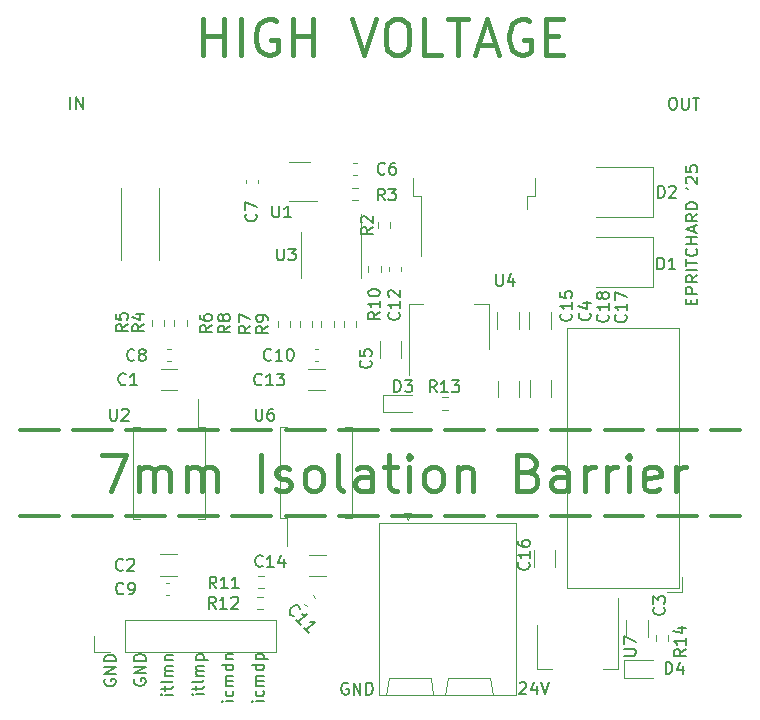
<source format=gbr>
%TF.GenerationSoftware,KiCad,Pcbnew,7.0.5*%
%TF.CreationDate,2025-04-14T03:26:47-04:00*%
%TF.ProjectId,okay_this_one_is_not_work,6f6b6179-5f74-4686-9973-5f6f6e655f69,rev?*%
%TF.SameCoordinates,Original*%
%TF.FileFunction,Legend,Top*%
%TF.FilePolarity,Positive*%
%FSLAX46Y46*%
G04 Gerber Fmt 4.6, Leading zero omitted, Abs format (unit mm)*
G04 Created by KiCad (PCBNEW 7.0.5) date 2025-04-14 03:26:47*
%MOMM*%
%LPD*%
G01*
G04 APERTURE LIST*
%ADD10C,0.150000*%
%ADD11C,0.450000*%
%ADD12C,0.300000*%
%ADD13C,0.120000*%
G04 APERTURE END LIST*
D10*
X73203172Y-22439057D02*
X73393648Y-22439057D01*
X73393648Y-22439057D02*
X73488886Y-22486676D01*
X73488886Y-22486676D02*
X73584124Y-22581914D01*
X73584124Y-22581914D02*
X73631743Y-22772390D01*
X73631743Y-22772390D02*
X73631743Y-23105723D01*
X73631743Y-23105723D02*
X73584124Y-23296199D01*
X73584124Y-23296199D02*
X73488886Y-23391438D01*
X73488886Y-23391438D02*
X73393648Y-23439057D01*
X73393648Y-23439057D02*
X73203172Y-23439057D01*
X73203172Y-23439057D02*
X73107934Y-23391438D01*
X73107934Y-23391438D02*
X73012696Y-23296199D01*
X73012696Y-23296199D02*
X72965077Y-23105723D01*
X72965077Y-23105723D02*
X72965077Y-22772390D01*
X72965077Y-22772390D02*
X73012696Y-22581914D01*
X73012696Y-22581914D02*
X73107934Y-22486676D01*
X73107934Y-22486676D02*
X73203172Y-22439057D01*
X74060315Y-22439057D02*
X74060315Y-23248580D01*
X74060315Y-23248580D02*
X74107934Y-23343818D01*
X74107934Y-23343818D02*
X74155553Y-23391438D01*
X74155553Y-23391438D02*
X74250791Y-23439057D01*
X74250791Y-23439057D02*
X74441267Y-23439057D01*
X74441267Y-23439057D02*
X74536505Y-23391438D01*
X74536505Y-23391438D02*
X74584124Y-23343818D01*
X74584124Y-23343818D02*
X74631743Y-23248580D01*
X74631743Y-23248580D02*
X74631743Y-22439057D01*
X74965077Y-22439057D02*
X75536505Y-22439057D01*
X75250791Y-23439057D02*
X75250791Y-22439057D01*
X22282527Y-23356391D02*
X22282527Y-22356391D01*
X22758717Y-23356391D02*
X22758717Y-22356391D01*
X22758717Y-22356391D02*
X23330145Y-23356391D01*
X23330145Y-23356391D02*
X23330145Y-22356391D01*
D11*
X24973490Y-52711176D02*
X26973490Y-52711176D01*
X26973490Y-52711176D02*
X25687776Y-55711176D01*
X28116347Y-55711176D02*
X28116347Y-53711176D01*
X28116347Y-53996890D02*
X28259204Y-53854033D01*
X28259204Y-53854033D02*
X28544919Y-53711176D01*
X28544919Y-53711176D02*
X28973490Y-53711176D01*
X28973490Y-53711176D02*
X29259204Y-53854033D01*
X29259204Y-53854033D02*
X29402062Y-54139747D01*
X29402062Y-54139747D02*
X29402062Y-55711176D01*
X29402062Y-54139747D02*
X29544919Y-53854033D01*
X29544919Y-53854033D02*
X29830633Y-53711176D01*
X29830633Y-53711176D02*
X30259204Y-53711176D01*
X30259204Y-53711176D02*
X30544919Y-53854033D01*
X30544919Y-53854033D02*
X30687776Y-54139747D01*
X30687776Y-54139747D02*
X30687776Y-55711176D01*
X32116347Y-55711176D02*
X32116347Y-53711176D01*
X32116347Y-53996890D02*
X32259204Y-53854033D01*
X32259204Y-53854033D02*
X32544919Y-53711176D01*
X32544919Y-53711176D02*
X32973490Y-53711176D01*
X32973490Y-53711176D02*
X33259204Y-53854033D01*
X33259204Y-53854033D02*
X33402062Y-54139747D01*
X33402062Y-54139747D02*
X33402062Y-55711176D01*
X33402062Y-54139747D02*
X33544919Y-53854033D01*
X33544919Y-53854033D02*
X33830633Y-53711176D01*
X33830633Y-53711176D02*
X34259204Y-53711176D01*
X34259204Y-53711176D02*
X34544919Y-53854033D01*
X34544919Y-53854033D02*
X34687776Y-54139747D01*
X34687776Y-54139747D02*
X34687776Y-55711176D01*
X38402061Y-55711176D02*
X38402061Y-52711176D01*
X39687775Y-55568319D02*
X39973489Y-55711176D01*
X39973489Y-55711176D02*
X40544918Y-55711176D01*
X40544918Y-55711176D02*
X40830632Y-55568319D01*
X40830632Y-55568319D02*
X40973489Y-55282604D01*
X40973489Y-55282604D02*
X40973489Y-55139747D01*
X40973489Y-55139747D02*
X40830632Y-54854033D01*
X40830632Y-54854033D02*
X40544918Y-54711176D01*
X40544918Y-54711176D02*
X40116347Y-54711176D01*
X40116347Y-54711176D02*
X39830632Y-54568319D01*
X39830632Y-54568319D02*
X39687775Y-54282604D01*
X39687775Y-54282604D02*
X39687775Y-54139747D01*
X39687775Y-54139747D02*
X39830632Y-53854033D01*
X39830632Y-53854033D02*
X40116347Y-53711176D01*
X40116347Y-53711176D02*
X40544918Y-53711176D01*
X40544918Y-53711176D02*
X40830632Y-53854033D01*
X42687775Y-55711176D02*
X42402060Y-55568319D01*
X42402060Y-55568319D02*
X42259203Y-55425461D01*
X42259203Y-55425461D02*
X42116346Y-55139747D01*
X42116346Y-55139747D02*
X42116346Y-54282604D01*
X42116346Y-54282604D02*
X42259203Y-53996890D01*
X42259203Y-53996890D02*
X42402060Y-53854033D01*
X42402060Y-53854033D02*
X42687775Y-53711176D01*
X42687775Y-53711176D02*
X43116346Y-53711176D01*
X43116346Y-53711176D02*
X43402060Y-53854033D01*
X43402060Y-53854033D02*
X43544918Y-53996890D01*
X43544918Y-53996890D02*
X43687775Y-54282604D01*
X43687775Y-54282604D02*
X43687775Y-55139747D01*
X43687775Y-55139747D02*
X43544918Y-55425461D01*
X43544918Y-55425461D02*
X43402060Y-55568319D01*
X43402060Y-55568319D02*
X43116346Y-55711176D01*
X43116346Y-55711176D02*
X42687775Y-55711176D01*
X45402061Y-55711176D02*
X45116346Y-55568319D01*
X45116346Y-55568319D02*
X44973489Y-55282604D01*
X44973489Y-55282604D02*
X44973489Y-52711176D01*
X47830633Y-55711176D02*
X47830633Y-54139747D01*
X47830633Y-54139747D02*
X47687775Y-53854033D01*
X47687775Y-53854033D02*
X47402061Y-53711176D01*
X47402061Y-53711176D02*
X46830633Y-53711176D01*
X46830633Y-53711176D02*
X46544918Y-53854033D01*
X47830633Y-55568319D02*
X47544918Y-55711176D01*
X47544918Y-55711176D02*
X46830633Y-55711176D01*
X46830633Y-55711176D02*
X46544918Y-55568319D01*
X46544918Y-55568319D02*
X46402061Y-55282604D01*
X46402061Y-55282604D02*
X46402061Y-54996890D01*
X46402061Y-54996890D02*
X46544918Y-54711176D01*
X46544918Y-54711176D02*
X46830633Y-54568319D01*
X46830633Y-54568319D02*
X47544918Y-54568319D01*
X47544918Y-54568319D02*
X47830633Y-54425461D01*
X48830633Y-53711176D02*
X49973490Y-53711176D01*
X49259204Y-52711176D02*
X49259204Y-55282604D01*
X49259204Y-55282604D02*
X49402061Y-55568319D01*
X49402061Y-55568319D02*
X49687776Y-55711176D01*
X49687776Y-55711176D02*
X49973490Y-55711176D01*
X50973490Y-55711176D02*
X50973490Y-53711176D01*
X50973490Y-52711176D02*
X50830633Y-52854033D01*
X50830633Y-52854033D02*
X50973490Y-52996890D01*
X50973490Y-52996890D02*
X51116347Y-52854033D01*
X51116347Y-52854033D02*
X50973490Y-52711176D01*
X50973490Y-52711176D02*
X50973490Y-52996890D01*
X52830633Y-55711176D02*
X52544918Y-55568319D01*
X52544918Y-55568319D02*
X52402061Y-55425461D01*
X52402061Y-55425461D02*
X52259204Y-55139747D01*
X52259204Y-55139747D02*
X52259204Y-54282604D01*
X52259204Y-54282604D02*
X52402061Y-53996890D01*
X52402061Y-53996890D02*
X52544918Y-53854033D01*
X52544918Y-53854033D02*
X52830633Y-53711176D01*
X52830633Y-53711176D02*
X53259204Y-53711176D01*
X53259204Y-53711176D02*
X53544918Y-53854033D01*
X53544918Y-53854033D02*
X53687776Y-53996890D01*
X53687776Y-53996890D02*
X53830633Y-54282604D01*
X53830633Y-54282604D02*
X53830633Y-55139747D01*
X53830633Y-55139747D02*
X53687776Y-55425461D01*
X53687776Y-55425461D02*
X53544918Y-55568319D01*
X53544918Y-55568319D02*
X53259204Y-55711176D01*
X53259204Y-55711176D02*
X52830633Y-55711176D01*
X55116347Y-53711176D02*
X55116347Y-55711176D01*
X55116347Y-53996890D02*
X55259204Y-53854033D01*
X55259204Y-53854033D02*
X55544919Y-53711176D01*
X55544919Y-53711176D02*
X55973490Y-53711176D01*
X55973490Y-53711176D02*
X56259204Y-53854033D01*
X56259204Y-53854033D02*
X56402062Y-54139747D01*
X56402062Y-54139747D02*
X56402062Y-55711176D01*
X61116347Y-54139747D02*
X61544919Y-54282604D01*
X61544919Y-54282604D02*
X61687776Y-54425461D01*
X61687776Y-54425461D02*
X61830633Y-54711176D01*
X61830633Y-54711176D02*
X61830633Y-55139747D01*
X61830633Y-55139747D02*
X61687776Y-55425461D01*
X61687776Y-55425461D02*
X61544919Y-55568319D01*
X61544919Y-55568319D02*
X61259204Y-55711176D01*
X61259204Y-55711176D02*
X60116347Y-55711176D01*
X60116347Y-55711176D02*
X60116347Y-52711176D01*
X60116347Y-52711176D02*
X61116347Y-52711176D01*
X61116347Y-52711176D02*
X61402062Y-52854033D01*
X61402062Y-52854033D02*
X61544919Y-52996890D01*
X61544919Y-52996890D02*
X61687776Y-53282604D01*
X61687776Y-53282604D02*
X61687776Y-53568319D01*
X61687776Y-53568319D02*
X61544919Y-53854033D01*
X61544919Y-53854033D02*
X61402062Y-53996890D01*
X61402062Y-53996890D02*
X61116347Y-54139747D01*
X61116347Y-54139747D02*
X60116347Y-54139747D01*
X64402062Y-55711176D02*
X64402062Y-54139747D01*
X64402062Y-54139747D02*
X64259204Y-53854033D01*
X64259204Y-53854033D02*
X63973490Y-53711176D01*
X63973490Y-53711176D02*
X63402062Y-53711176D01*
X63402062Y-53711176D02*
X63116347Y-53854033D01*
X64402062Y-55568319D02*
X64116347Y-55711176D01*
X64116347Y-55711176D02*
X63402062Y-55711176D01*
X63402062Y-55711176D02*
X63116347Y-55568319D01*
X63116347Y-55568319D02*
X62973490Y-55282604D01*
X62973490Y-55282604D02*
X62973490Y-54996890D01*
X62973490Y-54996890D02*
X63116347Y-54711176D01*
X63116347Y-54711176D02*
X63402062Y-54568319D01*
X63402062Y-54568319D02*
X64116347Y-54568319D01*
X64116347Y-54568319D02*
X64402062Y-54425461D01*
X65830633Y-55711176D02*
X65830633Y-53711176D01*
X65830633Y-54282604D02*
X65973490Y-53996890D01*
X65973490Y-53996890D02*
X66116348Y-53854033D01*
X66116348Y-53854033D02*
X66402062Y-53711176D01*
X66402062Y-53711176D02*
X66687776Y-53711176D01*
X67687776Y-55711176D02*
X67687776Y-53711176D01*
X67687776Y-54282604D02*
X67830633Y-53996890D01*
X67830633Y-53996890D02*
X67973491Y-53854033D01*
X67973491Y-53854033D02*
X68259205Y-53711176D01*
X68259205Y-53711176D02*
X68544919Y-53711176D01*
X69544919Y-55711176D02*
X69544919Y-53711176D01*
X69544919Y-52711176D02*
X69402062Y-52854033D01*
X69402062Y-52854033D02*
X69544919Y-52996890D01*
X69544919Y-52996890D02*
X69687776Y-52854033D01*
X69687776Y-52854033D02*
X69544919Y-52711176D01*
X69544919Y-52711176D02*
X69544919Y-52996890D01*
X72116347Y-55568319D02*
X71830633Y-55711176D01*
X71830633Y-55711176D02*
X71259205Y-55711176D01*
X71259205Y-55711176D02*
X70973490Y-55568319D01*
X70973490Y-55568319D02*
X70830633Y-55282604D01*
X70830633Y-55282604D02*
X70830633Y-54139747D01*
X70830633Y-54139747D02*
X70973490Y-53854033D01*
X70973490Y-53854033D02*
X71259205Y-53711176D01*
X71259205Y-53711176D02*
X71830633Y-53711176D01*
X71830633Y-53711176D02*
X72116347Y-53854033D01*
X72116347Y-53854033D02*
X72259205Y-54139747D01*
X72259205Y-54139747D02*
X72259205Y-54425461D01*
X72259205Y-54425461D02*
X70830633Y-54711176D01*
X73544919Y-55711176D02*
X73544919Y-53711176D01*
X73544919Y-54282604D02*
X73687776Y-53996890D01*
X73687776Y-53996890D02*
X73830634Y-53854033D01*
X73830634Y-53854033D02*
X74116348Y-53711176D01*
X74116348Y-53711176D02*
X74402062Y-53711176D01*
D10*
X60327358Y-72005557D02*
X60374977Y-71957938D01*
X60374977Y-71957938D02*
X60470215Y-71910319D01*
X60470215Y-71910319D02*
X60708310Y-71910319D01*
X60708310Y-71910319D02*
X60803548Y-71957938D01*
X60803548Y-71957938D02*
X60851167Y-72005557D01*
X60851167Y-72005557D02*
X60898786Y-72100795D01*
X60898786Y-72100795D02*
X60898786Y-72196033D01*
X60898786Y-72196033D02*
X60851167Y-72338890D01*
X60851167Y-72338890D02*
X60279739Y-72910319D01*
X60279739Y-72910319D02*
X60898786Y-72910319D01*
X61755929Y-72243652D02*
X61755929Y-72910319D01*
X61517834Y-71862700D02*
X61279739Y-72576985D01*
X61279739Y-72576985D02*
X61898786Y-72576985D01*
X62136882Y-71910319D02*
X62470215Y-72910319D01*
X62470215Y-72910319D02*
X62803548Y-71910319D01*
X45794822Y-72012429D02*
X45699584Y-71964810D01*
X45699584Y-71964810D02*
X45556727Y-71964810D01*
X45556727Y-71964810D02*
X45413870Y-72012429D01*
X45413870Y-72012429D02*
X45318632Y-72107667D01*
X45318632Y-72107667D02*
X45271013Y-72202905D01*
X45271013Y-72202905D02*
X45223394Y-72393381D01*
X45223394Y-72393381D02*
X45223394Y-72536238D01*
X45223394Y-72536238D02*
X45271013Y-72726714D01*
X45271013Y-72726714D02*
X45318632Y-72821952D01*
X45318632Y-72821952D02*
X45413870Y-72917191D01*
X45413870Y-72917191D02*
X45556727Y-72964810D01*
X45556727Y-72964810D02*
X45651965Y-72964810D01*
X45651965Y-72964810D02*
X45794822Y-72917191D01*
X45794822Y-72917191D02*
X45842441Y-72869571D01*
X45842441Y-72869571D02*
X45842441Y-72536238D01*
X45842441Y-72536238D02*
X45651965Y-72536238D01*
X46271013Y-72964810D02*
X46271013Y-71964810D01*
X46271013Y-71964810D02*
X46842441Y-72964810D01*
X46842441Y-72964810D02*
X46842441Y-71964810D01*
X47318632Y-72964810D02*
X47318632Y-71964810D01*
X47318632Y-71964810D02*
X47556727Y-71964810D01*
X47556727Y-71964810D02*
X47699584Y-72012429D01*
X47699584Y-72012429D02*
X47794822Y-72107667D01*
X47794822Y-72107667D02*
X47842441Y-72202905D01*
X47842441Y-72202905D02*
X47890060Y-72393381D01*
X47890060Y-72393381D02*
X47890060Y-72536238D01*
X47890060Y-72536238D02*
X47842441Y-72726714D01*
X47842441Y-72726714D02*
X47794822Y-72821952D01*
X47794822Y-72821952D02*
X47699584Y-72917191D01*
X47699584Y-72917191D02*
X47556727Y-72964810D01*
X47556727Y-72964810D02*
X47318632Y-72964810D01*
X38654104Y-73545856D02*
X37987437Y-73545856D01*
X37654104Y-73545856D02*
X37701723Y-73593475D01*
X37701723Y-73593475D02*
X37749342Y-73545856D01*
X37749342Y-73545856D02*
X37701723Y-73498237D01*
X37701723Y-73498237D02*
X37654104Y-73545856D01*
X37654104Y-73545856D02*
X37749342Y-73545856D01*
X38606485Y-72641095D02*
X38654104Y-72736333D01*
X38654104Y-72736333D02*
X38654104Y-72926809D01*
X38654104Y-72926809D02*
X38606485Y-73022047D01*
X38606485Y-73022047D02*
X38558865Y-73069666D01*
X38558865Y-73069666D02*
X38463627Y-73117285D01*
X38463627Y-73117285D02*
X38177913Y-73117285D01*
X38177913Y-73117285D02*
X38082675Y-73069666D01*
X38082675Y-73069666D02*
X38035056Y-73022047D01*
X38035056Y-73022047D02*
X37987437Y-72926809D01*
X37987437Y-72926809D02*
X37987437Y-72736333D01*
X37987437Y-72736333D02*
X38035056Y-72641095D01*
X38654104Y-72212523D02*
X37987437Y-72212523D01*
X38082675Y-72212523D02*
X38035056Y-72164904D01*
X38035056Y-72164904D02*
X37987437Y-72069666D01*
X37987437Y-72069666D02*
X37987437Y-71926809D01*
X37987437Y-71926809D02*
X38035056Y-71831571D01*
X38035056Y-71831571D02*
X38130294Y-71783952D01*
X38130294Y-71783952D02*
X38654104Y-71783952D01*
X38130294Y-71783952D02*
X38035056Y-71736333D01*
X38035056Y-71736333D02*
X37987437Y-71641095D01*
X37987437Y-71641095D02*
X37987437Y-71498238D01*
X37987437Y-71498238D02*
X38035056Y-71402999D01*
X38035056Y-71402999D02*
X38130294Y-71355380D01*
X38130294Y-71355380D02*
X38654104Y-71355380D01*
X38654104Y-70450619D02*
X37654104Y-70450619D01*
X38606485Y-70450619D02*
X38654104Y-70545857D01*
X38654104Y-70545857D02*
X38654104Y-70736333D01*
X38654104Y-70736333D02*
X38606485Y-70831571D01*
X38606485Y-70831571D02*
X38558865Y-70879190D01*
X38558865Y-70879190D02*
X38463627Y-70926809D01*
X38463627Y-70926809D02*
X38177913Y-70926809D01*
X38177913Y-70926809D02*
X38082675Y-70879190D01*
X38082675Y-70879190D02*
X38035056Y-70831571D01*
X38035056Y-70831571D02*
X37987437Y-70736333D01*
X37987437Y-70736333D02*
X37987437Y-70545857D01*
X37987437Y-70545857D02*
X38035056Y-70450619D01*
X37987437Y-69974428D02*
X38987437Y-69974428D01*
X38035056Y-69974428D02*
X37987437Y-69879190D01*
X37987437Y-69879190D02*
X37987437Y-69688714D01*
X37987437Y-69688714D02*
X38035056Y-69593476D01*
X38035056Y-69593476D02*
X38082675Y-69545857D01*
X38082675Y-69545857D02*
X38177913Y-69498238D01*
X38177913Y-69498238D02*
X38463627Y-69498238D01*
X38463627Y-69498238D02*
X38558865Y-69545857D01*
X38558865Y-69545857D02*
X38606485Y-69593476D01*
X38606485Y-69593476D02*
X38654104Y-69688714D01*
X38654104Y-69688714D02*
X38654104Y-69879190D01*
X38654104Y-69879190D02*
X38606485Y-69974428D01*
X36085910Y-73545856D02*
X35419243Y-73545856D01*
X35085910Y-73545856D02*
X35133529Y-73593475D01*
X35133529Y-73593475D02*
X35181148Y-73545856D01*
X35181148Y-73545856D02*
X35133529Y-73498237D01*
X35133529Y-73498237D02*
X35085910Y-73545856D01*
X35085910Y-73545856D02*
X35181148Y-73545856D01*
X36038291Y-72641095D02*
X36085910Y-72736333D01*
X36085910Y-72736333D02*
X36085910Y-72926809D01*
X36085910Y-72926809D02*
X36038291Y-73022047D01*
X36038291Y-73022047D02*
X35990671Y-73069666D01*
X35990671Y-73069666D02*
X35895433Y-73117285D01*
X35895433Y-73117285D02*
X35609719Y-73117285D01*
X35609719Y-73117285D02*
X35514481Y-73069666D01*
X35514481Y-73069666D02*
X35466862Y-73022047D01*
X35466862Y-73022047D02*
X35419243Y-72926809D01*
X35419243Y-72926809D02*
X35419243Y-72736333D01*
X35419243Y-72736333D02*
X35466862Y-72641095D01*
X36085910Y-72212523D02*
X35419243Y-72212523D01*
X35514481Y-72212523D02*
X35466862Y-72164904D01*
X35466862Y-72164904D02*
X35419243Y-72069666D01*
X35419243Y-72069666D02*
X35419243Y-71926809D01*
X35419243Y-71926809D02*
X35466862Y-71831571D01*
X35466862Y-71831571D02*
X35562100Y-71783952D01*
X35562100Y-71783952D02*
X36085910Y-71783952D01*
X35562100Y-71783952D02*
X35466862Y-71736333D01*
X35466862Y-71736333D02*
X35419243Y-71641095D01*
X35419243Y-71641095D02*
X35419243Y-71498238D01*
X35419243Y-71498238D02*
X35466862Y-71402999D01*
X35466862Y-71402999D02*
X35562100Y-71355380D01*
X35562100Y-71355380D02*
X36085910Y-71355380D01*
X36085910Y-70450619D02*
X35085910Y-70450619D01*
X36038291Y-70450619D02*
X36085910Y-70545857D01*
X36085910Y-70545857D02*
X36085910Y-70736333D01*
X36085910Y-70736333D02*
X36038291Y-70831571D01*
X36038291Y-70831571D02*
X35990671Y-70879190D01*
X35990671Y-70879190D02*
X35895433Y-70926809D01*
X35895433Y-70926809D02*
X35609719Y-70926809D01*
X35609719Y-70926809D02*
X35514481Y-70879190D01*
X35514481Y-70879190D02*
X35466862Y-70831571D01*
X35466862Y-70831571D02*
X35419243Y-70736333D01*
X35419243Y-70736333D02*
X35419243Y-70545857D01*
X35419243Y-70545857D02*
X35466862Y-70450619D01*
X35419243Y-69974428D02*
X36085910Y-69974428D01*
X35514481Y-69974428D02*
X35466862Y-69926809D01*
X35466862Y-69926809D02*
X35419243Y-69831571D01*
X35419243Y-69831571D02*
X35419243Y-69688714D01*
X35419243Y-69688714D02*
X35466862Y-69593476D01*
X35466862Y-69593476D02*
X35562100Y-69545857D01*
X35562100Y-69545857D02*
X36085910Y-69545857D01*
X33591093Y-72944165D02*
X32924426Y-72944165D01*
X32591093Y-72944165D02*
X32638712Y-72991784D01*
X32638712Y-72991784D02*
X32686331Y-72944165D01*
X32686331Y-72944165D02*
X32638712Y-72896546D01*
X32638712Y-72896546D02*
X32591093Y-72944165D01*
X32591093Y-72944165D02*
X32686331Y-72944165D01*
X32924426Y-72610832D02*
X32924426Y-72229880D01*
X32591093Y-72467975D02*
X33448235Y-72467975D01*
X33448235Y-72467975D02*
X33543474Y-72420356D01*
X33543474Y-72420356D02*
X33591093Y-72325118D01*
X33591093Y-72325118D02*
X33591093Y-72229880D01*
X33591093Y-71753689D02*
X33543474Y-71848927D01*
X33543474Y-71848927D02*
X33448235Y-71896546D01*
X33448235Y-71896546D02*
X32591093Y-71896546D01*
X33591093Y-71372736D02*
X32924426Y-71372736D01*
X33019664Y-71372736D02*
X32972045Y-71325117D01*
X32972045Y-71325117D02*
X32924426Y-71229879D01*
X32924426Y-71229879D02*
X32924426Y-71087022D01*
X32924426Y-71087022D02*
X32972045Y-70991784D01*
X32972045Y-70991784D02*
X33067283Y-70944165D01*
X33067283Y-70944165D02*
X33591093Y-70944165D01*
X33067283Y-70944165D02*
X32972045Y-70896546D01*
X32972045Y-70896546D02*
X32924426Y-70801308D01*
X32924426Y-70801308D02*
X32924426Y-70658451D01*
X32924426Y-70658451D02*
X32972045Y-70563212D01*
X32972045Y-70563212D02*
X33067283Y-70515593D01*
X33067283Y-70515593D02*
X33591093Y-70515593D01*
X32924426Y-70039403D02*
X33924426Y-70039403D01*
X32972045Y-70039403D02*
X32924426Y-69944165D01*
X32924426Y-69944165D02*
X32924426Y-69753689D01*
X32924426Y-69753689D02*
X32972045Y-69658451D01*
X32972045Y-69658451D02*
X33019664Y-69610832D01*
X33019664Y-69610832D02*
X33114902Y-69563213D01*
X33114902Y-69563213D02*
X33400616Y-69563213D01*
X33400616Y-69563213D02*
X33495854Y-69610832D01*
X33495854Y-69610832D02*
X33543474Y-69658451D01*
X33543474Y-69658451D02*
X33591093Y-69753689D01*
X33591093Y-69753689D02*
X33591093Y-69944165D01*
X33591093Y-69944165D02*
X33543474Y-70039403D01*
X30949522Y-72973516D02*
X30282855Y-72973516D01*
X29949522Y-72973516D02*
X29997141Y-73021135D01*
X29997141Y-73021135D02*
X30044760Y-72973516D01*
X30044760Y-72973516D02*
X29997141Y-72925897D01*
X29997141Y-72925897D02*
X29949522Y-72973516D01*
X29949522Y-72973516D02*
X30044760Y-72973516D01*
X30282855Y-72640183D02*
X30282855Y-72259231D01*
X29949522Y-72497326D02*
X30806664Y-72497326D01*
X30806664Y-72497326D02*
X30901903Y-72449707D01*
X30901903Y-72449707D02*
X30949522Y-72354469D01*
X30949522Y-72354469D02*
X30949522Y-72259231D01*
X30949522Y-71783040D02*
X30901903Y-71878278D01*
X30901903Y-71878278D02*
X30806664Y-71925897D01*
X30806664Y-71925897D02*
X29949522Y-71925897D01*
X30949522Y-71402087D02*
X30282855Y-71402087D01*
X30378093Y-71402087D02*
X30330474Y-71354468D01*
X30330474Y-71354468D02*
X30282855Y-71259230D01*
X30282855Y-71259230D02*
X30282855Y-71116373D01*
X30282855Y-71116373D02*
X30330474Y-71021135D01*
X30330474Y-71021135D02*
X30425712Y-70973516D01*
X30425712Y-70973516D02*
X30949522Y-70973516D01*
X30425712Y-70973516D02*
X30330474Y-70925897D01*
X30330474Y-70925897D02*
X30282855Y-70830659D01*
X30282855Y-70830659D02*
X30282855Y-70687802D01*
X30282855Y-70687802D02*
X30330474Y-70592563D01*
X30330474Y-70592563D02*
X30425712Y-70544944D01*
X30425712Y-70544944D02*
X30949522Y-70544944D01*
X30282855Y-70068754D02*
X30949522Y-70068754D01*
X30378093Y-70068754D02*
X30330474Y-70021135D01*
X30330474Y-70021135D02*
X30282855Y-69925897D01*
X30282855Y-69925897D02*
X30282855Y-69783040D01*
X30282855Y-69783040D02*
X30330474Y-69687802D01*
X30330474Y-69687802D02*
X30425712Y-69640183D01*
X30425712Y-69640183D02*
X30949522Y-69640183D01*
X27707779Y-71642560D02*
X27660160Y-71737798D01*
X27660160Y-71737798D02*
X27660160Y-71880655D01*
X27660160Y-71880655D02*
X27707779Y-72023512D01*
X27707779Y-72023512D02*
X27803017Y-72118750D01*
X27803017Y-72118750D02*
X27898255Y-72166369D01*
X27898255Y-72166369D02*
X28088731Y-72213988D01*
X28088731Y-72213988D02*
X28231588Y-72213988D01*
X28231588Y-72213988D02*
X28422064Y-72166369D01*
X28422064Y-72166369D02*
X28517302Y-72118750D01*
X28517302Y-72118750D02*
X28612541Y-72023512D01*
X28612541Y-72023512D02*
X28660160Y-71880655D01*
X28660160Y-71880655D02*
X28660160Y-71785417D01*
X28660160Y-71785417D02*
X28612541Y-71642560D01*
X28612541Y-71642560D02*
X28564921Y-71594941D01*
X28564921Y-71594941D02*
X28231588Y-71594941D01*
X28231588Y-71594941D02*
X28231588Y-71785417D01*
X28660160Y-71166369D02*
X27660160Y-71166369D01*
X27660160Y-71166369D02*
X28660160Y-70594941D01*
X28660160Y-70594941D02*
X27660160Y-70594941D01*
X28660160Y-70118750D02*
X27660160Y-70118750D01*
X27660160Y-70118750D02*
X27660160Y-69880655D01*
X27660160Y-69880655D02*
X27707779Y-69737798D01*
X27707779Y-69737798D02*
X27803017Y-69642560D01*
X27803017Y-69642560D02*
X27898255Y-69594941D01*
X27898255Y-69594941D02*
X28088731Y-69547322D01*
X28088731Y-69547322D02*
X28231588Y-69547322D01*
X28231588Y-69547322D02*
X28422064Y-69594941D01*
X28422064Y-69594941D02*
X28517302Y-69642560D01*
X28517302Y-69642560D02*
X28612541Y-69737798D01*
X28612541Y-69737798D02*
X28660160Y-69880655D01*
X28660160Y-69880655D02*
X28660160Y-70118750D01*
X25183612Y-71686587D02*
X25135993Y-71781825D01*
X25135993Y-71781825D02*
X25135993Y-71924682D01*
X25135993Y-71924682D02*
X25183612Y-72067539D01*
X25183612Y-72067539D02*
X25278850Y-72162777D01*
X25278850Y-72162777D02*
X25374088Y-72210396D01*
X25374088Y-72210396D02*
X25564564Y-72258015D01*
X25564564Y-72258015D02*
X25707421Y-72258015D01*
X25707421Y-72258015D02*
X25897897Y-72210396D01*
X25897897Y-72210396D02*
X25993135Y-72162777D01*
X25993135Y-72162777D02*
X26088374Y-72067539D01*
X26088374Y-72067539D02*
X26135993Y-71924682D01*
X26135993Y-71924682D02*
X26135993Y-71829444D01*
X26135993Y-71829444D02*
X26088374Y-71686587D01*
X26088374Y-71686587D02*
X26040754Y-71638968D01*
X26040754Y-71638968D02*
X25707421Y-71638968D01*
X25707421Y-71638968D02*
X25707421Y-71829444D01*
X26135993Y-71210396D02*
X25135993Y-71210396D01*
X25135993Y-71210396D02*
X26135993Y-70638968D01*
X26135993Y-70638968D02*
X25135993Y-70638968D01*
X26135993Y-70162777D02*
X25135993Y-70162777D01*
X25135993Y-70162777D02*
X25135993Y-69924682D01*
X25135993Y-69924682D02*
X25183612Y-69781825D01*
X25183612Y-69781825D02*
X25278850Y-69686587D01*
X25278850Y-69686587D02*
X25374088Y-69638968D01*
X25374088Y-69638968D02*
X25564564Y-69591349D01*
X25564564Y-69591349D02*
X25707421Y-69591349D01*
X25707421Y-69591349D02*
X25897897Y-69638968D01*
X25897897Y-69638968D02*
X25993135Y-69686587D01*
X25993135Y-69686587D02*
X26088374Y-69781825D01*
X26088374Y-69781825D02*
X26135993Y-69924682D01*
X26135993Y-69924682D02*
X26135993Y-70162777D01*
D11*
X33551083Y-18800964D02*
X33551083Y-15800964D01*
X33551083Y-17229535D02*
X35265369Y-17229535D01*
X35265369Y-18800964D02*
X35265369Y-15800964D01*
X36693940Y-18800964D02*
X36693940Y-15800964D01*
X39693940Y-15943821D02*
X39408226Y-15800964D01*
X39408226Y-15800964D02*
X38979654Y-15800964D01*
X38979654Y-15800964D02*
X38551083Y-15943821D01*
X38551083Y-15943821D02*
X38265368Y-16229535D01*
X38265368Y-16229535D02*
X38122511Y-16515249D01*
X38122511Y-16515249D02*
X37979654Y-17086678D01*
X37979654Y-17086678D02*
X37979654Y-17515249D01*
X37979654Y-17515249D02*
X38122511Y-18086678D01*
X38122511Y-18086678D02*
X38265368Y-18372392D01*
X38265368Y-18372392D02*
X38551083Y-18658107D01*
X38551083Y-18658107D02*
X38979654Y-18800964D01*
X38979654Y-18800964D02*
X39265368Y-18800964D01*
X39265368Y-18800964D02*
X39693940Y-18658107D01*
X39693940Y-18658107D02*
X39836797Y-18515249D01*
X39836797Y-18515249D02*
X39836797Y-17515249D01*
X39836797Y-17515249D02*
X39265368Y-17515249D01*
X41122511Y-18800964D02*
X41122511Y-15800964D01*
X41122511Y-17229535D02*
X42836797Y-17229535D01*
X42836797Y-18800964D02*
X42836797Y-15800964D01*
X46122511Y-15800964D02*
X47122511Y-18800964D01*
X47122511Y-18800964D02*
X48122511Y-15800964D01*
X49693940Y-15800964D02*
X50265368Y-15800964D01*
X50265368Y-15800964D02*
X50551083Y-15943821D01*
X50551083Y-15943821D02*
X50836797Y-16229535D01*
X50836797Y-16229535D02*
X50979654Y-16800964D01*
X50979654Y-16800964D02*
X50979654Y-17800964D01*
X50979654Y-17800964D02*
X50836797Y-18372392D01*
X50836797Y-18372392D02*
X50551083Y-18658107D01*
X50551083Y-18658107D02*
X50265368Y-18800964D01*
X50265368Y-18800964D02*
X49693940Y-18800964D01*
X49693940Y-18800964D02*
X49408226Y-18658107D01*
X49408226Y-18658107D02*
X49122511Y-18372392D01*
X49122511Y-18372392D02*
X48979654Y-17800964D01*
X48979654Y-17800964D02*
X48979654Y-16800964D01*
X48979654Y-16800964D02*
X49122511Y-16229535D01*
X49122511Y-16229535D02*
X49408226Y-15943821D01*
X49408226Y-15943821D02*
X49693940Y-15800964D01*
X53693940Y-18800964D02*
X52265368Y-18800964D01*
X52265368Y-18800964D02*
X52265368Y-15800964D01*
X54265368Y-15800964D02*
X55979654Y-15800964D01*
X55122511Y-18800964D02*
X55122511Y-15800964D01*
X56836796Y-17943821D02*
X58265368Y-17943821D01*
X56551082Y-18800964D02*
X57551082Y-15800964D01*
X57551082Y-15800964D02*
X58551082Y-18800964D01*
X61122511Y-15943821D02*
X60836797Y-15800964D01*
X60836797Y-15800964D02*
X60408225Y-15800964D01*
X60408225Y-15800964D02*
X59979654Y-15943821D01*
X59979654Y-15943821D02*
X59693939Y-16229535D01*
X59693939Y-16229535D02*
X59551082Y-16515249D01*
X59551082Y-16515249D02*
X59408225Y-17086678D01*
X59408225Y-17086678D02*
X59408225Y-17515249D01*
X59408225Y-17515249D02*
X59551082Y-18086678D01*
X59551082Y-18086678D02*
X59693939Y-18372392D01*
X59693939Y-18372392D02*
X59979654Y-18658107D01*
X59979654Y-18658107D02*
X60408225Y-18800964D01*
X60408225Y-18800964D02*
X60693939Y-18800964D01*
X60693939Y-18800964D02*
X61122511Y-18658107D01*
X61122511Y-18658107D02*
X61265368Y-18515249D01*
X61265368Y-18515249D02*
X61265368Y-17515249D01*
X61265368Y-17515249D02*
X60693939Y-17515249D01*
X62551082Y-17229535D02*
X63551082Y-17229535D01*
X63979654Y-18800964D02*
X62551082Y-18800964D01*
X62551082Y-18800964D02*
X62551082Y-15800964D01*
X62551082Y-15800964D02*
X63979654Y-15800964D01*
D10*
X74853559Y-39921974D02*
X74853559Y-39588641D01*
X75377369Y-39445784D02*
X75377369Y-39921974D01*
X75377369Y-39921974D02*
X74377369Y-39921974D01*
X74377369Y-39921974D02*
X74377369Y-39445784D01*
X75377369Y-39017212D02*
X74377369Y-39017212D01*
X74377369Y-39017212D02*
X74377369Y-38636260D01*
X74377369Y-38636260D02*
X74424988Y-38541022D01*
X74424988Y-38541022D02*
X74472607Y-38493403D01*
X74472607Y-38493403D02*
X74567845Y-38445784D01*
X74567845Y-38445784D02*
X74710702Y-38445784D01*
X74710702Y-38445784D02*
X74805940Y-38493403D01*
X74805940Y-38493403D02*
X74853559Y-38541022D01*
X74853559Y-38541022D02*
X74901178Y-38636260D01*
X74901178Y-38636260D02*
X74901178Y-39017212D01*
X75377369Y-37445784D02*
X74901178Y-37779117D01*
X75377369Y-38017212D02*
X74377369Y-38017212D01*
X74377369Y-38017212D02*
X74377369Y-37636260D01*
X74377369Y-37636260D02*
X74424988Y-37541022D01*
X74424988Y-37541022D02*
X74472607Y-37493403D01*
X74472607Y-37493403D02*
X74567845Y-37445784D01*
X74567845Y-37445784D02*
X74710702Y-37445784D01*
X74710702Y-37445784D02*
X74805940Y-37493403D01*
X74805940Y-37493403D02*
X74853559Y-37541022D01*
X74853559Y-37541022D02*
X74901178Y-37636260D01*
X74901178Y-37636260D02*
X74901178Y-38017212D01*
X75377369Y-37017212D02*
X74377369Y-37017212D01*
X74377369Y-36683879D02*
X74377369Y-36112451D01*
X75377369Y-36398165D02*
X74377369Y-36398165D01*
X75282130Y-35207689D02*
X75329750Y-35255308D01*
X75329750Y-35255308D02*
X75377369Y-35398165D01*
X75377369Y-35398165D02*
X75377369Y-35493403D01*
X75377369Y-35493403D02*
X75329750Y-35636260D01*
X75329750Y-35636260D02*
X75234511Y-35731498D01*
X75234511Y-35731498D02*
X75139273Y-35779117D01*
X75139273Y-35779117D02*
X74948797Y-35826736D01*
X74948797Y-35826736D02*
X74805940Y-35826736D01*
X74805940Y-35826736D02*
X74615464Y-35779117D01*
X74615464Y-35779117D02*
X74520226Y-35731498D01*
X74520226Y-35731498D02*
X74424988Y-35636260D01*
X74424988Y-35636260D02*
X74377369Y-35493403D01*
X74377369Y-35493403D02*
X74377369Y-35398165D01*
X74377369Y-35398165D02*
X74424988Y-35255308D01*
X74424988Y-35255308D02*
X74472607Y-35207689D01*
X75377369Y-34779117D02*
X74377369Y-34779117D01*
X74853559Y-34779117D02*
X74853559Y-34207689D01*
X75377369Y-34207689D02*
X74377369Y-34207689D01*
X75091654Y-33779117D02*
X75091654Y-33302927D01*
X75377369Y-33874355D02*
X74377369Y-33541022D01*
X74377369Y-33541022D02*
X75377369Y-33207689D01*
X75377369Y-32302927D02*
X74901178Y-32636260D01*
X75377369Y-32874355D02*
X74377369Y-32874355D01*
X74377369Y-32874355D02*
X74377369Y-32493403D01*
X74377369Y-32493403D02*
X74424988Y-32398165D01*
X74424988Y-32398165D02*
X74472607Y-32350546D01*
X74472607Y-32350546D02*
X74567845Y-32302927D01*
X74567845Y-32302927D02*
X74710702Y-32302927D01*
X74710702Y-32302927D02*
X74805940Y-32350546D01*
X74805940Y-32350546D02*
X74853559Y-32398165D01*
X74853559Y-32398165D02*
X74901178Y-32493403D01*
X74901178Y-32493403D02*
X74901178Y-32874355D01*
X75377369Y-31874355D02*
X74377369Y-31874355D01*
X74377369Y-31874355D02*
X74377369Y-31636260D01*
X74377369Y-31636260D02*
X74424988Y-31493403D01*
X74424988Y-31493403D02*
X74520226Y-31398165D01*
X74520226Y-31398165D02*
X74615464Y-31350546D01*
X74615464Y-31350546D02*
X74805940Y-31302927D01*
X74805940Y-31302927D02*
X74948797Y-31302927D01*
X74948797Y-31302927D02*
X75139273Y-31350546D01*
X75139273Y-31350546D02*
X75234511Y-31398165D01*
X75234511Y-31398165D02*
X75329750Y-31493403D01*
X75329750Y-31493403D02*
X75377369Y-31636260D01*
X75377369Y-31636260D02*
X75377369Y-31874355D01*
X74377369Y-30064831D02*
X74567845Y-30160069D01*
X74472607Y-29683879D02*
X74424988Y-29636260D01*
X74424988Y-29636260D02*
X74377369Y-29541022D01*
X74377369Y-29541022D02*
X74377369Y-29302927D01*
X74377369Y-29302927D02*
X74424988Y-29207689D01*
X74424988Y-29207689D02*
X74472607Y-29160070D01*
X74472607Y-29160070D02*
X74567845Y-29112451D01*
X74567845Y-29112451D02*
X74663083Y-29112451D01*
X74663083Y-29112451D02*
X74805940Y-29160070D01*
X74805940Y-29160070D02*
X75377369Y-29731498D01*
X75377369Y-29731498D02*
X75377369Y-29112451D01*
X74377369Y-28207689D02*
X74377369Y-28683879D01*
X74377369Y-28683879D02*
X74853559Y-28731498D01*
X74853559Y-28731498D02*
X74805940Y-28683879D01*
X74805940Y-28683879D02*
X74758321Y-28588641D01*
X74758321Y-28588641D02*
X74758321Y-28350546D01*
X74758321Y-28350546D02*
X74805940Y-28255308D01*
X74805940Y-28255308D02*
X74853559Y-28207689D01*
X74853559Y-28207689D02*
X74948797Y-28160070D01*
X74948797Y-28160070D02*
X75186892Y-28160070D01*
X75186892Y-28160070D02*
X75282130Y-28207689D01*
X75282130Y-28207689D02*
X75329750Y-28255308D01*
X75329750Y-28255308D02*
X75377369Y-28350546D01*
X75377369Y-28350546D02*
X75377369Y-28588641D01*
X75377369Y-28588641D02*
X75329750Y-28683879D01*
X75329750Y-28683879D02*
X75282130Y-28731498D01*
D12*
X18007798Y-57888000D02*
X21307798Y-57888000D01*
X22507798Y-57888000D02*
X25807798Y-57888000D01*
X27007798Y-57888000D02*
X30307798Y-57888000D01*
X31507798Y-57888000D02*
X34807798Y-57888000D01*
X36007798Y-57888000D02*
X39307798Y-57888000D01*
X40507798Y-57888000D02*
X43807798Y-57888000D01*
X45007798Y-57888000D02*
X48307798Y-57888000D01*
X49507798Y-57888000D02*
X52807798Y-57888000D01*
X54007798Y-57888000D02*
X57307798Y-57888000D01*
X58507798Y-57888000D02*
X61807798Y-57888000D01*
X63007798Y-57888000D02*
X66307798Y-57888000D01*
X67507798Y-57888000D02*
X70807798Y-57888000D01*
X72007798Y-57888000D02*
X75307798Y-57888000D01*
X76507798Y-57888000D02*
X78967798Y-57888000D01*
X18007798Y-50572800D02*
X21307798Y-50572800D01*
X22507798Y-50572800D02*
X25807798Y-50572800D01*
X27007798Y-50572800D02*
X30307798Y-50572800D01*
X31507798Y-50572800D02*
X34807798Y-50572800D01*
X36007798Y-50572800D02*
X39307798Y-50572800D01*
X40507798Y-50572800D02*
X43807798Y-50572800D01*
X45007798Y-50572800D02*
X48307798Y-50572800D01*
X49507798Y-50572800D02*
X52807798Y-50572800D01*
X54007798Y-50572800D02*
X57307798Y-50572800D01*
X58507798Y-50572800D02*
X61807798Y-50572800D01*
X63007798Y-50572800D02*
X66307798Y-50572800D01*
X67507798Y-50572800D02*
X70807798Y-50572800D01*
X72007798Y-50572800D02*
X75307798Y-50572800D01*
X76507798Y-50572800D02*
X78967798Y-50572800D01*
D10*
%TO.C,U7*%
X69170308Y-69670717D02*
X69979831Y-69670717D01*
X69979831Y-69670717D02*
X70075069Y-69623098D01*
X70075069Y-69623098D02*
X70122689Y-69575479D01*
X70122689Y-69575479D02*
X70170308Y-69480241D01*
X70170308Y-69480241D02*
X70170308Y-69289765D01*
X70170308Y-69289765D02*
X70122689Y-69194527D01*
X70122689Y-69194527D02*
X70075069Y-69146908D01*
X70075069Y-69146908D02*
X69979831Y-69099289D01*
X69979831Y-69099289D02*
X69170308Y-69099289D01*
X69170308Y-68718336D02*
X69170308Y-68051670D01*
X69170308Y-68051670D02*
X70170308Y-68480241D01*
%TO.C,C18*%
X67763560Y-40794894D02*
X67811180Y-40842513D01*
X67811180Y-40842513D02*
X67858799Y-40985370D01*
X67858799Y-40985370D02*
X67858799Y-41080608D01*
X67858799Y-41080608D02*
X67811180Y-41223465D01*
X67811180Y-41223465D02*
X67715941Y-41318703D01*
X67715941Y-41318703D02*
X67620703Y-41366322D01*
X67620703Y-41366322D02*
X67430227Y-41413941D01*
X67430227Y-41413941D02*
X67287370Y-41413941D01*
X67287370Y-41413941D02*
X67096894Y-41366322D01*
X67096894Y-41366322D02*
X67001656Y-41318703D01*
X67001656Y-41318703D02*
X66906418Y-41223465D01*
X66906418Y-41223465D02*
X66858799Y-41080608D01*
X66858799Y-41080608D02*
X66858799Y-40985370D01*
X66858799Y-40985370D02*
X66906418Y-40842513D01*
X66906418Y-40842513D02*
X66954037Y-40794894D01*
X67858799Y-39842513D02*
X67858799Y-40413941D01*
X67858799Y-40128227D02*
X66858799Y-40128227D01*
X66858799Y-40128227D02*
X67001656Y-40223465D01*
X67001656Y-40223465D02*
X67096894Y-40318703D01*
X67096894Y-40318703D02*
X67144513Y-40413941D01*
X67287370Y-39271084D02*
X67239751Y-39366322D01*
X67239751Y-39366322D02*
X67192132Y-39413941D01*
X67192132Y-39413941D02*
X67096894Y-39461560D01*
X67096894Y-39461560D02*
X67049275Y-39461560D01*
X67049275Y-39461560D02*
X66954037Y-39413941D01*
X66954037Y-39413941D02*
X66906418Y-39366322D01*
X66906418Y-39366322D02*
X66858799Y-39271084D01*
X66858799Y-39271084D02*
X66858799Y-39080608D01*
X66858799Y-39080608D02*
X66906418Y-38985370D01*
X66906418Y-38985370D02*
X66954037Y-38937751D01*
X66954037Y-38937751D02*
X67049275Y-38890132D01*
X67049275Y-38890132D02*
X67096894Y-38890132D01*
X67096894Y-38890132D02*
X67192132Y-38937751D01*
X67192132Y-38937751D02*
X67239751Y-38985370D01*
X67239751Y-38985370D02*
X67287370Y-39080608D01*
X67287370Y-39080608D02*
X67287370Y-39271084D01*
X67287370Y-39271084D02*
X67334989Y-39366322D01*
X67334989Y-39366322D02*
X67382608Y-39413941D01*
X67382608Y-39413941D02*
X67477846Y-39461560D01*
X67477846Y-39461560D02*
X67668322Y-39461560D01*
X67668322Y-39461560D02*
X67763560Y-39413941D01*
X67763560Y-39413941D02*
X67811180Y-39366322D01*
X67811180Y-39366322D02*
X67858799Y-39271084D01*
X67858799Y-39271084D02*
X67858799Y-39080608D01*
X67858799Y-39080608D02*
X67811180Y-38985370D01*
X67811180Y-38985370D02*
X67763560Y-38937751D01*
X67763560Y-38937751D02*
X67668322Y-38890132D01*
X67668322Y-38890132D02*
X67477846Y-38890132D01*
X67477846Y-38890132D02*
X67382608Y-38937751D01*
X67382608Y-38937751D02*
X67334989Y-38985370D01*
X67334989Y-38985370D02*
X67287370Y-39080608D01*
%TO.C,C17*%
X69282464Y-40816907D02*
X69330084Y-40864526D01*
X69330084Y-40864526D02*
X69377703Y-41007383D01*
X69377703Y-41007383D02*
X69377703Y-41102621D01*
X69377703Y-41102621D02*
X69330084Y-41245478D01*
X69330084Y-41245478D02*
X69234845Y-41340716D01*
X69234845Y-41340716D02*
X69139607Y-41388335D01*
X69139607Y-41388335D02*
X68949131Y-41435954D01*
X68949131Y-41435954D02*
X68806274Y-41435954D01*
X68806274Y-41435954D02*
X68615798Y-41388335D01*
X68615798Y-41388335D02*
X68520560Y-41340716D01*
X68520560Y-41340716D02*
X68425322Y-41245478D01*
X68425322Y-41245478D02*
X68377703Y-41102621D01*
X68377703Y-41102621D02*
X68377703Y-41007383D01*
X68377703Y-41007383D02*
X68425322Y-40864526D01*
X68425322Y-40864526D02*
X68472941Y-40816907D01*
X69377703Y-39864526D02*
X69377703Y-40435954D01*
X69377703Y-40150240D02*
X68377703Y-40150240D01*
X68377703Y-40150240D02*
X68520560Y-40245478D01*
X68520560Y-40245478D02*
X68615798Y-40340716D01*
X68615798Y-40340716D02*
X68663417Y-40435954D01*
X68377703Y-39531192D02*
X68377703Y-38864526D01*
X68377703Y-38864526D02*
X69377703Y-39293097D01*
%TO.C,C16*%
X61080207Y-61777732D02*
X61127827Y-61825351D01*
X61127827Y-61825351D02*
X61175446Y-61968208D01*
X61175446Y-61968208D02*
X61175446Y-62063446D01*
X61175446Y-62063446D02*
X61127827Y-62206303D01*
X61127827Y-62206303D02*
X61032588Y-62301541D01*
X61032588Y-62301541D02*
X60937350Y-62349160D01*
X60937350Y-62349160D02*
X60746874Y-62396779D01*
X60746874Y-62396779D02*
X60604017Y-62396779D01*
X60604017Y-62396779D02*
X60413541Y-62349160D01*
X60413541Y-62349160D02*
X60318303Y-62301541D01*
X60318303Y-62301541D02*
X60223065Y-62206303D01*
X60223065Y-62206303D02*
X60175446Y-62063446D01*
X60175446Y-62063446D02*
X60175446Y-61968208D01*
X60175446Y-61968208D02*
X60223065Y-61825351D01*
X60223065Y-61825351D02*
X60270684Y-61777732D01*
X61175446Y-60825351D02*
X61175446Y-61396779D01*
X61175446Y-61111065D02*
X60175446Y-61111065D01*
X60175446Y-61111065D02*
X60318303Y-61206303D01*
X60318303Y-61206303D02*
X60413541Y-61301541D01*
X60413541Y-61301541D02*
X60461160Y-61396779D01*
X60175446Y-59968208D02*
X60175446Y-60158684D01*
X60175446Y-60158684D02*
X60223065Y-60253922D01*
X60223065Y-60253922D02*
X60270684Y-60301541D01*
X60270684Y-60301541D02*
X60413541Y-60396779D01*
X60413541Y-60396779D02*
X60604017Y-60444398D01*
X60604017Y-60444398D02*
X60984969Y-60444398D01*
X60984969Y-60444398D02*
X61080207Y-60396779D01*
X61080207Y-60396779D02*
X61127827Y-60349160D01*
X61127827Y-60349160D02*
X61175446Y-60253922D01*
X61175446Y-60253922D02*
X61175446Y-60063446D01*
X61175446Y-60063446D02*
X61127827Y-59968208D01*
X61127827Y-59968208D02*
X61080207Y-59920589D01*
X61080207Y-59920589D02*
X60984969Y-59872970D01*
X60984969Y-59872970D02*
X60746874Y-59872970D01*
X60746874Y-59872970D02*
X60651636Y-59920589D01*
X60651636Y-59920589D02*
X60604017Y-59968208D01*
X60604017Y-59968208D02*
X60556398Y-60063446D01*
X60556398Y-60063446D02*
X60556398Y-60253922D01*
X60556398Y-60253922D02*
X60604017Y-60349160D01*
X60604017Y-60349160D02*
X60651636Y-60396779D01*
X60651636Y-60396779D02*
X60746874Y-60444398D01*
%TO.C,C15*%
X64659714Y-40706841D02*
X64707334Y-40754460D01*
X64707334Y-40754460D02*
X64754953Y-40897317D01*
X64754953Y-40897317D02*
X64754953Y-40992555D01*
X64754953Y-40992555D02*
X64707334Y-41135412D01*
X64707334Y-41135412D02*
X64612095Y-41230650D01*
X64612095Y-41230650D02*
X64516857Y-41278269D01*
X64516857Y-41278269D02*
X64326381Y-41325888D01*
X64326381Y-41325888D02*
X64183524Y-41325888D01*
X64183524Y-41325888D02*
X63993048Y-41278269D01*
X63993048Y-41278269D02*
X63897810Y-41230650D01*
X63897810Y-41230650D02*
X63802572Y-41135412D01*
X63802572Y-41135412D02*
X63754953Y-40992555D01*
X63754953Y-40992555D02*
X63754953Y-40897317D01*
X63754953Y-40897317D02*
X63802572Y-40754460D01*
X63802572Y-40754460D02*
X63850191Y-40706841D01*
X64754953Y-39754460D02*
X64754953Y-40325888D01*
X64754953Y-40040174D02*
X63754953Y-40040174D01*
X63754953Y-40040174D02*
X63897810Y-40135412D01*
X63897810Y-40135412D02*
X63993048Y-40230650D01*
X63993048Y-40230650D02*
X64040667Y-40325888D01*
X63754953Y-38849698D02*
X63754953Y-39325888D01*
X63754953Y-39325888D02*
X64231143Y-39373507D01*
X64231143Y-39373507D02*
X64183524Y-39325888D01*
X64183524Y-39325888D02*
X64135905Y-39230650D01*
X64135905Y-39230650D02*
X64135905Y-38992555D01*
X64135905Y-38992555D02*
X64183524Y-38897317D01*
X64183524Y-38897317D02*
X64231143Y-38849698D01*
X64231143Y-38849698D02*
X64326381Y-38802079D01*
X64326381Y-38802079D02*
X64564476Y-38802079D01*
X64564476Y-38802079D02*
X64659714Y-38849698D01*
X64659714Y-38849698D02*
X64707334Y-38897317D01*
X64707334Y-38897317D02*
X64754953Y-38992555D01*
X64754953Y-38992555D02*
X64754953Y-39230650D01*
X64754953Y-39230650D02*
X64707334Y-39325888D01*
X64707334Y-39325888D02*
X64659714Y-39373507D01*
%TO.C,R14*%
X74366180Y-69127659D02*
X73889989Y-69460992D01*
X74366180Y-69699087D02*
X73366180Y-69699087D01*
X73366180Y-69699087D02*
X73366180Y-69318135D01*
X73366180Y-69318135D02*
X73413799Y-69222897D01*
X73413799Y-69222897D02*
X73461418Y-69175278D01*
X73461418Y-69175278D02*
X73556656Y-69127659D01*
X73556656Y-69127659D02*
X73699513Y-69127659D01*
X73699513Y-69127659D02*
X73794751Y-69175278D01*
X73794751Y-69175278D02*
X73842370Y-69222897D01*
X73842370Y-69222897D02*
X73889989Y-69318135D01*
X73889989Y-69318135D02*
X73889989Y-69699087D01*
X74366180Y-68175278D02*
X74366180Y-68746706D01*
X74366180Y-68460992D02*
X73366180Y-68460992D01*
X73366180Y-68460992D02*
X73509037Y-68556230D01*
X73509037Y-68556230D02*
X73604275Y-68651468D01*
X73604275Y-68651468D02*
X73651894Y-68746706D01*
X73699513Y-67318135D02*
X74366180Y-67318135D01*
X73318561Y-67556230D02*
X74032846Y-67794325D01*
X74032846Y-67794325D02*
X74032846Y-67175278D01*
%TO.C,D4*%
X72688978Y-71228983D02*
X72688978Y-70228983D01*
X72688978Y-70228983D02*
X72927073Y-70228983D01*
X72927073Y-70228983D02*
X73069930Y-70276602D01*
X73069930Y-70276602D02*
X73165168Y-70371840D01*
X73165168Y-70371840D02*
X73212787Y-70467078D01*
X73212787Y-70467078D02*
X73260406Y-70657554D01*
X73260406Y-70657554D02*
X73260406Y-70800411D01*
X73260406Y-70800411D02*
X73212787Y-70990887D01*
X73212787Y-70990887D02*
X73165168Y-71086125D01*
X73165168Y-71086125D02*
X73069930Y-71181364D01*
X73069930Y-71181364D02*
X72927073Y-71228983D01*
X72927073Y-71228983D02*
X72688978Y-71228983D01*
X74117549Y-70562316D02*
X74117549Y-71228983D01*
X73879454Y-70181364D02*
X73641359Y-70895649D01*
X73641359Y-70895649D02*
X74260406Y-70895649D01*
%TO.C,U6*%
X37970619Y-48766218D02*
X37970619Y-49575741D01*
X37970619Y-49575741D02*
X38018238Y-49670979D01*
X38018238Y-49670979D02*
X38065857Y-49718599D01*
X38065857Y-49718599D02*
X38161095Y-49766218D01*
X38161095Y-49766218D02*
X38351571Y-49766218D01*
X38351571Y-49766218D02*
X38446809Y-49718599D01*
X38446809Y-49718599D02*
X38494428Y-49670979D01*
X38494428Y-49670979D02*
X38542047Y-49575741D01*
X38542047Y-49575741D02*
X38542047Y-48766218D01*
X39446809Y-48766218D02*
X39256333Y-48766218D01*
X39256333Y-48766218D02*
X39161095Y-48813837D01*
X39161095Y-48813837D02*
X39113476Y-48861456D01*
X39113476Y-48861456D02*
X39018238Y-49004313D01*
X39018238Y-49004313D02*
X38970619Y-49194789D01*
X38970619Y-49194789D02*
X38970619Y-49575741D01*
X38970619Y-49575741D02*
X39018238Y-49670979D01*
X39018238Y-49670979D02*
X39065857Y-49718599D01*
X39065857Y-49718599D02*
X39161095Y-49766218D01*
X39161095Y-49766218D02*
X39351571Y-49766218D01*
X39351571Y-49766218D02*
X39446809Y-49718599D01*
X39446809Y-49718599D02*
X39494428Y-49670979D01*
X39494428Y-49670979D02*
X39542047Y-49575741D01*
X39542047Y-49575741D02*
X39542047Y-49337646D01*
X39542047Y-49337646D02*
X39494428Y-49242408D01*
X39494428Y-49242408D02*
X39446809Y-49194789D01*
X39446809Y-49194789D02*
X39351571Y-49147170D01*
X39351571Y-49147170D02*
X39161095Y-49147170D01*
X39161095Y-49147170D02*
X39065857Y-49194789D01*
X39065857Y-49194789D02*
X39018238Y-49242408D01*
X39018238Y-49242408D02*
X38970619Y-49337646D01*
%TO.C,U4*%
X58321126Y-37361520D02*
X58321126Y-38171043D01*
X58321126Y-38171043D02*
X58368745Y-38266281D01*
X58368745Y-38266281D02*
X58416364Y-38313901D01*
X58416364Y-38313901D02*
X58511602Y-38361520D01*
X58511602Y-38361520D02*
X58702078Y-38361520D01*
X58702078Y-38361520D02*
X58797316Y-38313901D01*
X58797316Y-38313901D02*
X58844935Y-38266281D01*
X58844935Y-38266281D02*
X58892554Y-38171043D01*
X58892554Y-38171043D02*
X58892554Y-37361520D01*
X59797316Y-37694853D02*
X59797316Y-38361520D01*
X59559221Y-37313901D02*
X59321126Y-38028186D01*
X59321126Y-38028186D02*
X59940173Y-38028186D01*
%TO.C,U3*%
X39775693Y-35216483D02*
X39775693Y-36026006D01*
X39775693Y-36026006D02*
X39823312Y-36121244D01*
X39823312Y-36121244D02*
X39870931Y-36168864D01*
X39870931Y-36168864D02*
X39966169Y-36216483D01*
X39966169Y-36216483D02*
X40156645Y-36216483D01*
X40156645Y-36216483D02*
X40251883Y-36168864D01*
X40251883Y-36168864D02*
X40299502Y-36121244D01*
X40299502Y-36121244D02*
X40347121Y-36026006D01*
X40347121Y-36026006D02*
X40347121Y-35216483D01*
X40728074Y-35216483D02*
X41347121Y-35216483D01*
X41347121Y-35216483D02*
X41013788Y-35597435D01*
X41013788Y-35597435D02*
X41156645Y-35597435D01*
X41156645Y-35597435D02*
X41251883Y-35645054D01*
X41251883Y-35645054D02*
X41299502Y-35692673D01*
X41299502Y-35692673D02*
X41347121Y-35787911D01*
X41347121Y-35787911D02*
X41347121Y-36026006D01*
X41347121Y-36026006D02*
X41299502Y-36121244D01*
X41299502Y-36121244D02*
X41251883Y-36168864D01*
X41251883Y-36168864D02*
X41156645Y-36216483D01*
X41156645Y-36216483D02*
X40870931Y-36216483D01*
X40870931Y-36216483D02*
X40775693Y-36168864D01*
X40775693Y-36168864D02*
X40728074Y-36121244D01*
%TO.C,U2*%
X25643287Y-48766218D02*
X25643287Y-49575741D01*
X25643287Y-49575741D02*
X25690906Y-49670979D01*
X25690906Y-49670979D02*
X25738525Y-49718599D01*
X25738525Y-49718599D02*
X25833763Y-49766218D01*
X25833763Y-49766218D02*
X26024239Y-49766218D01*
X26024239Y-49766218D02*
X26119477Y-49718599D01*
X26119477Y-49718599D02*
X26167096Y-49670979D01*
X26167096Y-49670979D02*
X26214715Y-49575741D01*
X26214715Y-49575741D02*
X26214715Y-48766218D01*
X26643287Y-48861456D02*
X26690906Y-48813837D01*
X26690906Y-48813837D02*
X26786144Y-48766218D01*
X26786144Y-48766218D02*
X27024239Y-48766218D01*
X27024239Y-48766218D02*
X27119477Y-48813837D01*
X27119477Y-48813837D02*
X27167096Y-48861456D01*
X27167096Y-48861456D02*
X27214715Y-48956694D01*
X27214715Y-48956694D02*
X27214715Y-49051932D01*
X27214715Y-49051932D02*
X27167096Y-49194789D01*
X27167096Y-49194789D02*
X26595668Y-49766218D01*
X26595668Y-49766218D02*
X27214715Y-49766218D01*
%TO.C,U1*%
X39392976Y-31567450D02*
X39392976Y-32376973D01*
X39392976Y-32376973D02*
X39440595Y-32472211D01*
X39440595Y-32472211D02*
X39488214Y-32519831D01*
X39488214Y-32519831D02*
X39583452Y-32567450D01*
X39583452Y-32567450D02*
X39773928Y-32567450D01*
X39773928Y-32567450D02*
X39869166Y-32519831D01*
X39869166Y-32519831D02*
X39916785Y-32472211D01*
X39916785Y-32472211D02*
X39964404Y-32376973D01*
X39964404Y-32376973D02*
X39964404Y-31567450D01*
X40964404Y-32567450D02*
X40392976Y-32567450D01*
X40678690Y-32567450D02*
X40678690Y-31567450D01*
X40678690Y-31567450D02*
X40583452Y-31710307D01*
X40583452Y-31710307D02*
X40488214Y-31805545D01*
X40488214Y-31805545D02*
X40392976Y-31853164D01*
%TO.C,R13*%
X53289110Y-47364875D02*
X52955777Y-46888684D01*
X52717682Y-47364875D02*
X52717682Y-46364875D01*
X52717682Y-46364875D02*
X53098634Y-46364875D01*
X53098634Y-46364875D02*
X53193872Y-46412494D01*
X53193872Y-46412494D02*
X53241491Y-46460113D01*
X53241491Y-46460113D02*
X53289110Y-46555351D01*
X53289110Y-46555351D02*
X53289110Y-46698208D01*
X53289110Y-46698208D02*
X53241491Y-46793446D01*
X53241491Y-46793446D02*
X53193872Y-46841065D01*
X53193872Y-46841065D02*
X53098634Y-46888684D01*
X53098634Y-46888684D02*
X52717682Y-46888684D01*
X54241491Y-47364875D02*
X53670063Y-47364875D01*
X53955777Y-47364875D02*
X53955777Y-46364875D01*
X53955777Y-46364875D02*
X53860539Y-46507732D01*
X53860539Y-46507732D02*
X53765301Y-46602970D01*
X53765301Y-46602970D02*
X53670063Y-46650589D01*
X54574825Y-46364875D02*
X55193872Y-46364875D01*
X55193872Y-46364875D02*
X54860539Y-46745827D01*
X54860539Y-46745827D02*
X55003396Y-46745827D01*
X55003396Y-46745827D02*
X55098634Y-46793446D01*
X55098634Y-46793446D02*
X55146253Y-46841065D01*
X55146253Y-46841065D02*
X55193872Y-46936303D01*
X55193872Y-46936303D02*
X55193872Y-47174398D01*
X55193872Y-47174398D02*
X55146253Y-47269636D01*
X55146253Y-47269636D02*
X55098634Y-47317256D01*
X55098634Y-47317256D02*
X55003396Y-47364875D01*
X55003396Y-47364875D02*
X54717682Y-47364875D01*
X54717682Y-47364875D02*
X54622444Y-47317256D01*
X54622444Y-47317256D02*
X54574825Y-47269636D01*
%TO.C,R12*%
X34581090Y-65690178D02*
X34247757Y-65213987D01*
X34009662Y-65690178D02*
X34009662Y-64690178D01*
X34009662Y-64690178D02*
X34390614Y-64690178D01*
X34390614Y-64690178D02*
X34485852Y-64737797D01*
X34485852Y-64737797D02*
X34533471Y-64785416D01*
X34533471Y-64785416D02*
X34581090Y-64880654D01*
X34581090Y-64880654D02*
X34581090Y-65023511D01*
X34581090Y-65023511D02*
X34533471Y-65118749D01*
X34533471Y-65118749D02*
X34485852Y-65166368D01*
X34485852Y-65166368D02*
X34390614Y-65213987D01*
X34390614Y-65213987D02*
X34009662Y-65213987D01*
X35533471Y-65690178D02*
X34962043Y-65690178D01*
X35247757Y-65690178D02*
X35247757Y-64690178D01*
X35247757Y-64690178D02*
X35152519Y-64833035D01*
X35152519Y-64833035D02*
X35057281Y-64928273D01*
X35057281Y-64928273D02*
X34962043Y-64975892D01*
X35914424Y-64785416D02*
X35962043Y-64737797D01*
X35962043Y-64737797D02*
X36057281Y-64690178D01*
X36057281Y-64690178D02*
X36295376Y-64690178D01*
X36295376Y-64690178D02*
X36390614Y-64737797D01*
X36390614Y-64737797D02*
X36438233Y-64785416D01*
X36438233Y-64785416D02*
X36485852Y-64880654D01*
X36485852Y-64880654D02*
X36485852Y-64975892D01*
X36485852Y-64975892D02*
X36438233Y-65118749D01*
X36438233Y-65118749D02*
X35866805Y-65690178D01*
X35866805Y-65690178D02*
X36485852Y-65690178D01*
%TO.C,R11*%
X34639791Y-63973157D02*
X34306458Y-63496966D01*
X34068363Y-63973157D02*
X34068363Y-62973157D01*
X34068363Y-62973157D02*
X34449315Y-62973157D01*
X34449315Y-62973157D02*
X34544553Y-63020776D01*
X34544553Y-63020776D02*
X34592172Y-63068395D01*
X34592172Y-63068395D02*
X34639791Y-63163633D01*
X34639791Y-63163633D02*
X34639791Y-63306490D01*
X34639791Y-63306490D02*
X34592172Y-63401728D01*
X34592172Y-63401728D02*
X34544553Y-63449347D01*
X34544553Y-63449347D02*
X34449315Y-63496966D01*
X34449315Y-63496966D02*
X34068363Y-63496966D01*
X35592172Y-63973157D02*
X35020744Y-63973157D01*
X35306458Y-63973157D02*
X35306458Y-62973157D01*
X35306458Y-62973157D02*
X35211220Y-63116014D01*
X35211220Y-63116014D02*
X35115982Y-63211252D01*
X35115982Y-63211252D02*
X35020744Y-63258871D01*
X36544553Y-63973157D02*
X35973125Y-63973157D01*
X36258839Y-63973157D02*
X36258839Y-62973157D01*
X36258839Y-62973157D02*
X36163601Y-63116014D01*
X36163601Y-63116014D02*
X36068363Y-63211252D01*
X36068363Y-63211252D02*
X35973125Y-63258871D01*
%TO.C,R10*%
X48487278Y-40574763D02*
X48011087Y-40908096D01*
X48487278Y-41146191D02*
X47487278Y-41146191D01*
X47487278Y-41146191D02*
X47487278Y-40765239D01*
X47487278Y-40765239D02*
X47534897Y-40670001D01*
X47534897Y-40670001D02*
X47582516Y-40622382D01*
X47582516Y-40622382D02*
X47677754Y-40574763D01*
X47677754Y-40574763D02*
X47820611Y-40574763D01*
X47820611Y-40574763D02*
X47915849Y-40622382D01*
X47915849Y-40622382D02*
X47963468Y-40670001D01*
X47963468Y-40670001D02*
X48011087Y-40765239D01*
X48011087Y-40765239D02*
X48011087Y-41146191D01*
X48487278Y-39622382D02*
X48487278Y-40193810D01*
X48487278Y-39908096D02*
X47487278Y-39908096D01*
X47487278Y-39908096D02*
X47630135Y-40003334D01*
X47630135Y-40003334D02*
X47725373Y-40098572D01*
X47725373Y-40098572D02*
X47772992Y-40193810D01*
X47487278Y-39003334D02*
X47487278Y-38908096D01*
X47487278Y-38908096D02*
X47534897Y-38812858D01*
X47534897Y-38812858D02*
X47582516Y-38765239D01*
X47582516Y-38765239D02*
X47677754Y-38717620D01*
X47677754Y-38717620D02*
X47868230Y-38670001D01*
X47868230Y-38670001D02*
X48106325Y-38670001D01*
X48106325Y-38670001D02*
X48296801Y-38717620D01*
X48296801Y-38717620D02*
X48392039Y-38765239D01*
X48392039Y-38765239D02*
X48439659Y-38812858D01*
X48439659Y-38812858D02*
X48487278Y-38908096D01*
X48487278Y-38908096D02*
X48487278Y-39003334D01*
X48487278Y-39003334D02*
X48439659Y-39098572D01*
X48439659Y-39098572D02*
X48392039Y-39146191D01*
X48392039Y-39146191D02*
X48296801Y-39193810D01*
X48296801Y-39193810D02*
X48106325Y-39241429D01*
X48106325Y-39241429D02*
X47868230Y-39241429D01*
X47868230Y-39241429D02*
X47677754Y-39193810D01*
X47677754Y-39193810D02*
X47582516Y-39146191D01*
X47582516Y-39146191D02*
X47534897Y-39098572D01*
X47534897Y-39098572D02*
X47487278Y-39003334D01*
%TO.C,R9*%
X38999636Y-41771567D02*
X38523445Y-42104900D01*
X38999636Y-42342995D02*
X37999636Y-42342995D01*
X37999636Y-42342995D02*
X37999636Y-41962043D01*
X37999636Y-41962043D02*
X38047255Y-41866805D01*
X38047255Y-41866805D02*
X38094874Y-41819186D01*
X38094874Y-41819186D02*
X38190112Y-41771567D01*
X38190112Y-41771567D02*
X38332969Y-41771567D01*
X38332969Y-41771567D02*
X38428207Y-41819186D01*
X38428207Y-41819186D02*
X38475826Y-41866805D01*
X38475826Y-41866805D02*
X38523445Y-41962043D01*
X38523445Y-41962043D02*
X38523445Y-42342995D01*
X38999636Y-41295376D02*
X38999636Y-41104900D01*
X38999636Y-41104900D02*
X38952017Y-41009662D01*
X38952017Y-41009662D02*
X38904397Y-40962043D01*
X38904397Y-40962043D02*
X38761540Y-40866805D01*
X38761540Y-40866805D02*
X38571064Y-40819186D01*
X38571064Y-40819186D02*
X38190112Y-40819186D01*
X38190112Y-40819186D02*
X38094874Y-40866805D01*
X38094874Y-40866805D02*
X38047255Y-40914424D01*
X38047255Y-40914424D02*
X37999636Y-41009662D01*
X37999636Y-41009662D02*
X37999636Y-41200138D01*
X37999636Y-41200138D02*
X38047255Y-41295376D01*
X38047255Y-41295376D02*
X38094874Y-41342995D01*
X38094874Y-41342995D02*
X38190112Y-41390614D01*
X38190112Y-41390614D02*
X38428207Y-41390614D01*
X38428207Y-41390614D02*
X38523445Y-41342995D01*
X38523445Y-41342995D02*
X38571064Y-41295376D01*
X38571064Y-41295376D02*
X38618683Y-41200138D01*
X38618683Y-41200138D02*
X38618683Y-41009662D01*
X38618683Y-41009662D02*
X38571064Y-40914424D01*
X38571064Y-40914424D02*
X38523445Y-40866805D01*
X38523445Y-40866805D02*
X38428207Y-40819186D01*
%TO.C,R8*%
X35785724Y-41727540D02*
X35309533Y-42060873D01*
X35785724Y-42298968D02*
X34785724Y-42298968D01*
X34785724Y-42298968D02*
X34785724Y-41918016D01*
X34785724Y-41918016D02*
X34833343Y-41822778D01*
X34833343Y-41822778D02*
X34880962Y-41775159D01*
X34880962Y-41775159D02*
X34976200Y-41727540D01*
X34976200Y-41727540D02*
X35119057Y-41727540D01*
X35119057Y-41727540D02*
X35214295Y-41775159D01*
X35214295Y-41775159D02*
X35261914Y-41822778D01*
X35261914Y-41822778D02*
X35309533Y-41918016D01*
X35309533Y-41918016D02*
X35309533Y-42298968D01*
X35214295Y-41156111D02*
X35166676Y-41251349D01*
X35166676Y-41251349D02*
X35119057Y-41298968D01*
X35119057Y-41298968D02*
X35023819Y-41346587D01*
X35023819Y-41346587D02*
X34976200Y-41346587D01*
X34976200Y-41346587D02*
X34880962Y-41298968D01*
X34880962Y-41298968D02*
X34833343Y-41251349D01*
X34833343Y-41251349D02*
X34785724Y-41156111D01*
X34785724Y-41156111D02*
X34785724Y-40965635D01*
X34785724Y-40965635D02*
X34833343Y-40870397D01*
X34833343Y-40870397D02*
X34880962Y-40822778D01*
X34880962Y-40822778D02*
X34976200Y-40775159D01*
X34976200Y-40775159D02*
X35023819Y-40775159D01*
X35023819Y-40775159D02*
X35119057Y-40822778D01*
X35119057Y-40822778D02*
X35166676Y-40870397D01*
X35166676Y-40870397D02*
X35214295Y-40965635D01*
X35214295Y-40965635D02*
X35214295Y-41156111D01*
X35214295Y-41156111D02*
X35261914Y-41251349D01*
X35261914Y-41251349D02*
X35309533Y-41298968D01*
X35309533Y-41298968D02*
X35404771Y-41346587D01*
X35404771Y-41346587D02*
X35595247Y-41346587D01*
X35595247Y-41346587D02*
X35690485Y-41298968D01*
X35690485Y-41298968D02*
X35738105Y-41251349D01*
X35738105Y-41251349D02*
X35785724Y-41156111D01*
X35785724Y-41156111D02*
X35785724Y-40965635D01*
X35785724Y-40965635D02*
X35738105Y-40870397D01*
X35738105Y-40870397D02*
X35690485Y-40822778D01*
X35690485Y-40822778D02*
X35595247Y-40775159D01*
X35595247Y-40775159D02*
X35404771Y-40775159D01*
X35404771Y-40775159D02*
X35309533Y-40822778D01*
X35309533Y-40822778D02*
X35261914Y-40870397D01*
X35261914Y-40870397D02*
X35214295Y-40965635D01*
%TO.C,R7*%
X37524758Y-41749554D02*
X37048567Y-42082887D01*
X37524758Y-42320982D02*
X36524758Y-42320982D01*
X36524758Y-42320982D02*
X36524758Y-41940030D01*
X36524758Y-41940030D02*
X36572377Y-41844792D01*
X36572377Y-41844792D02*
X36619996Y-41797173D01*
X36619996Y-41797173D02*
X36715234Y-41749554D01*
X36715234Y-41749554D02*
X36858091Y-41749554D01*
X36858091Y-41749554D02*
X36953329Y-41797173D01*
X36953329Y-41797173D02*
X37000948Y-41844792D01*
X37000948Y-41844792D02*
X37048567Y-41940030D01*
X37048567Y-41940030D02*
X37048567Y-42320982D01*
X36524758Y-41416220D02*
X36524758Y-40749554D01*
X36524758Y-40749554D02*
X37524758Y-41178125D01*
%TO.C,R6*%
X34244808Y-41705527D02*
X33768617Y-42038860D01*
X34244808Y-42276955D02*
X33244808Y-42276955D01*
X33244808Y-42276955D02*
X33244808Y-41896003D01*
X33244808Y-41896003D02*
X33292427Y-41800765D01*
X33292427Y-41800765D02*
X33340046Y-41753146D01*
X33340046Y-41753146D02*
X33435284Y-41705527D01*
X33435284Y-41705527D02*
X33578141Y-41705527D01*
X33578141Y-41705527D02*
X33673379Y-41753146D01*
X33673379Y-41753146D02*
X33720998Y-41800765D01*
X33720998Y-41800765D02*
X33768617Y-41896003D01*
X33768617Y-41896003D02*
X33768617Y-42276955D01*
X33244808Y-40848384D02*
X33244808Y-41038860D01*
X33244808Y-41038860D02*
X33292427Y-41134098D01*
X33292427Y-41134098D02*
X33340046Y-41181717D01*
X33340046Y-41181717D02*
X33482903Y-41276955D01*
X33482903Y-41276955D02*
X33673379Y-41324574D01*
X33673379Y-41324574D02*
X34054331Y-41324574D01*
X34054331Y-41324574D02*
X34149569Y-41276955D01*
X34149569Y-41276955D02*
X34197189Y-41229336D01*
X34197189Y-41229336D02*
X34244808Y-41134098D01*
X34244808Y-41134098D02*
X34244808Y-40943622D01*
X34244808Y-40943622D02*
X34197189Y-40848384D01*
X34197189Y-40848384D02*
X34149569Y-40800765D01*
X34149569Y-40800765D02*
X34054331Y-40753146D01*
X34054331Y-40753146D02*
X33816236Y-40753146D01*
X33816236Y-40753146D02*
X33720998Y-40800765D01*
X33720998Y-40800765D02*
X33673379Y-40848384D01*
X33673379Y-40848384D02*
X33625760Y-40943622D01*
X33625760Y-40943622D02*
X33625760Y-41134098D01*
X33625760Y-41134098D02*
X33673379Y-41229336D01*
X33673379Y-41229336D02*
X33720998Y-41276955D01*
X33720998Y-41276955D02*
X33816236Y-41324574D01*
%TO.C,R5*%
X27133060Y-41632150D02*
X26656869Y-41965483D01*
X27133060Y-42203578D02*
X26133060Y-42203578D01*
X26133060Y-42203578D02*
X26133060Y-41822626D01*
X26133060Y-41822626D02*
X26180679Y-41727388D01*
X26180679Y-41727388D02*
X26228298Y-41679769D01*
X26228298Y-41679769D02*
X26323536Y-41632150D01*
X26323536Y-41632150D02*
X26466393Y-41632150D01*
X26466393Y-41632150D02*
X26561631Y-41679769D01*
X26561631Y-41679769D02*
X26609250Y-41727388D01*
X26609250Y-41727388D02*
X26656869Y-41822626D01*
X26656869Y-41822626D02*
X26656869Y-42203578D01*
X26133060Y-40727388D02*
X26133060Y-41203578D01*
X26133060Y-41203578D02*
X26609250Y-41251197D01*
X26609250Y-41251197D02*
X26561631Y-41203578D01*
X26561631Y-41203578D02*
X26514012Y-41108340D01*
X26514012Y-41108340D02*
X26514012Y-40870245D01*
X26514012Y-40870245D02*
X26561631Y-40775007D01*
X26561631Y-40775007D02*
X26609250Y-40727388D01*
X26609250Y-40727388D02*
X26704488Y-40679769D01*
X26704488Y-40679769D02*
X26942583Y-40679769D01*
X26942583Y-40679769D02*
X27037821Y-40727388D01*
X27037821Y-40727388D02*
X27085441Y-40775007D01*
X27085441Y-40775007D02*
X27133060Y-40870245D01*
X27133060Y-40870245D02*
X27133060Y-41108340D01*
X27133060Y-41108340D02*
X27085441Y-41203578D01*
X27085441Y-41203578D02*
X27037821Y-41251197D01*
%TO.C,R4*%
X28527223Y-41632150D02*
X28051032Y-41965483D01*
X28527223Y-42203578D02*
X27527223Y-42203578D01*
X27527223Y-42203578D02*
X27527223Y-41822626D01*
X27527223Y-41822626D02*
X27574842Y-41727388D01*
X27574842Y-41727388D02*
X27622461Y-41679769D01*
X27622461Y-41679769D02*
X27717699Y-41632150D01*
X27717699Y-41632150D02*
X27860556Y-41632150D01*
X27860556Y-41632150D02*
X27955794Y-41679769D01*
X27955794Y-41679769D02*
X28003413Y-41727388D01*
X28003413Y-41727388D02*
X28051032Y-41822626D01*
X28051032Y-41822626D02*
X28051032Y-42203578D01*
X27860556Y-40775007D02*
X28527223Y-40775007D01*
X27479604Y-41013102D02*
X28193889Y-41251197D01*
X28193889Y-41251197D02*
X28193889Y-40632150D01*
%TO.C,R3*%
X48881503Y-31129261D02*
X48548170Y-30653070D01*
X48310075Y-31129261D02*
X48310075Y-30129261D01*
X48310075Y-30129261D02*
X48691027Y-30129261D01*
X48691027Y-30129261D02*
X48786265Y-30176880D01*
X48786265Y-30176880D02*
X48833884Y-30224499D01*
X48833884Y-30224499D02*
X48881503Y-30319737D01*
X48881503Y-30319737D02*
X48881503Y-30462594D01*
X48881503Y-30462594D02*
X48833884Y-30557832D01*
X48833884Y-30557832D02*
X48786265Y-30605451D01*
X48786265Y-30605451D02*
X48691027Y-30653070D01*
X48691027Y-30653070D02*
X48310075Y-30653070D01*
X49214837Y-30129261D02*
X49833884Y-30129261D01*
X49833884Y-30129261D02*
X49500551Y-30510213D01*
X49500551Y-30510213D02*
X49643408Y-30510213D01*
X49643408Y-30510213D02*
X49738646Y-30557832D01*
X49738646Y-30557832D02*
X49786265Y-30605451D01*
X49786265Y-30605451D02*
X49833884Y-30700689D01*
X49833884Y-30700689D02*
X49833884Y-30938784D01*
X49833884Y-30938784D02*
X49786265Y-31034022D01*
X49786265Y-31034022D02*
X49738646Y-31081642D01*
X49738646Y-31081642D02*
X49643408Y-31129261D01*
X49643408Y-31129261D02*
X49357694Y-31129261D01*
X49357694Y-31129261D02*
X49262456Y-31081642D01*
X49262456Y-31081642D02*
X49214837Y-31034022D01*
%TO.C,R2*%
X47870543Y-33403112D02*
X47394352Y-33736445D01*
X47870543Y-33974540D02*
X46870543Y-33974540D01*
X46870543Y-33974540D02*
X46870543Y-33593588D01*
X46870543Y-33593588D02*
X46918162Y-33498350D01*
X46918162Y-33498350D02*
X46965781Y-33450731D01*
X46965781Y-33450731D02*
X47061019Y-33403112D01*
X47061019Y-33403112D02*
X47203876Y-33403112D01*
X47203876Y-33403112D02*
X47299114Y-33450731D01*
X47299114Y-33450731D02*
X47346733Y-33498350D01*
X47346733Y-33498350D02*
X47394352Y-33593588D01*
X47394352Y-33593588D02*
X47394352Y-33974540D01*
X46965781Y-33022159D02*
X46918162Y-32974540D01*
X46918162Y-32974540D02*
X46870543Y-32879302D01*
X46870543Y-32879302D02*
X46870543Y-32641207D01*
X46870543Y-32641207D02*
X46918162Y-32545969D01*
X46918162Y-32545969D02*
X46965781Y-32498350D01*
X46965781Y-32498350D02*
X47061019Y-32450731D01*
X47061019Y-32450731D02*
X47156257Y-32450731D01*
X47156257Y-32450731D02*
X47299114Y-32498350D01*
X47299114Y-32498350D02*
X47870543Y-33069778D01*
X47870543Y-33069778D02*
X47870543Y-32450731D01*
%TO.C,D3*%
X49705503Y-47337019D02*
X49705503Y-46337019D01*
X49705503Y-46337019D02*
X49943598Y-46337019D01*
X49943598Y-46337019D02*
X50086455Y-46384638D01*
X50086455Y-46384638D02*
X50181693Y-46479876D01*
X50181693Y-46479876D02*
X50229312Y-46575114D01*
X50229312Y-46575114D02*
X50276931Y-46765590D01*
X50276931Y-46765590D02*
X50276931Y-46908447D01*
X50276931Y-46908447D02*
X50229312Y-47098923D01*
X50229312Y-47098923D02*
X50181693Y-47194161D01*
X50181693Y-47194161D02*
X50086455Y-47289400D01*
X50086455Y-47289400D02*
X49943598Y-47337019D01*
X49943598Y-47337019D02*
X49705503Y-47337019D01*
X50610265Y-46337019D02*
X51229312Y-46337019D01*
X51229312Y-46337019D02*
X50895979Y-46717971D01*
X50895979Y-46717971D02*
X51038836Y-46717971D01*
X51038836Y-46717971D02*
X51134074Y-46765590D01*
X51134074Y-46765590D02*
X51181693Y-46813209D01*
X51181693Y-46813209D02*
X51229312Y-46908447D01*
X51229312Y-46908447D02*
X51229312Y-47146542D01*
X51229312Y-47146542D02*
X51181693Y-47241780D01*
X51181693Y-47241780D02*
X51134074Y-47289400D01*
X51134074Y-47289400D02*
X51038836Y-47337019D01*
X51038836Y-47337019D02*
X50753122Y-47337019D01*
X50753122Y-47337019D02*
X50657884Y-47289400D01*
X50657884Y-47289400D02*
X50610265Y-47241780D01*
%TO.C,D2*%
X72038236Y-30895612D02*
X72038236Y-29895612D01*
X72038236Y-29895612D02*
X72276331Y-29895612D01*
X72276331Y-29895612D02*
X72419188Y-29943231D01*
X72419188Y-29943231D02*
X72514426Y-30038469D01*
X72514426Y-30038469D02*
X72562045Y-30133707D01*
X72562045Y-30133707D02*
X72609664Y-30324183D01*
X72609664Y-30324183D02*
X72609664Y-30467040D01*
X72609664Y-30467040D02*
X72562045Y-30657516D01*
X72562045Y-30657516D02*
X72514426Y-30752754D01*
X72514426Y-30752754D02*
X72419188Y-30847993D01*
X72419188Y-30847993D02*
X72276331Y-30895612D01*
X72276331Y-30895612D02*
X72038236Y-30895612D01*
X72990617Y-29990850D02*
X73038236Y-29943231D01*
X73038236Y-29943231D02*
X73133474Y-29895612D01*
X73133474Y-29895612D02*
X73371569Y-29895612D01*
X73371569Y-29895612D02*
X73466807Y-29943231D01*
X73466807Y-29943231D02*
X73514426Y-29990850D01*
X73514426Y-29990850D02*
X73562045Y-30086088D01*
X73562045Y-30086088D02*
X73562045Y-30181326D01*
X73562045Y-30181326D02*
X73514426Y-30324183D01*
X73514426Y-30324183D02*
X72942998Y-30895612D01*
X72942998Y-30895612D02*
X73562045Y-30895612D01*
%TO.C,D1*%
X71979535Y-36971225D02*
X71979535Y-35971225D01*
X71979535Y-35971225D02*
X72217630Y-35971225D01*
X72217630Y-35971225D02*
X72360487Y-36018844D01*
X72360487Y-36018844D02*
X72455725Y-36114082D01*
X72455725Y-36114082D02*
X72503344Y-36209320D01*
X72503344Y-36209320D02*
X72550963Y-36399796D01*
X72550963Y-36399796D02*
X72550963Y-36542653D01*
X72550963Y-36542653D02*
X72503344Y-36733129D01*
X72503344Y-36733129D02*
X72455725Y-36828367D01*
X72455725Y-36828367D02*
X72360487Y-36923606D01*
X72360487Y-36923606D02*
X72217630Y-36971225D01*
X72217630Y-36971225D02*
X71979535Y-36971225D01*
X73503344Y-36971225D02*
X72931916Y-36971225D01*
X73217630Y-36971225D02*
X73217630Y-35971225D01*
X73217630Y-35971225D02*
X73122392Y-36114082D01*
X73122392Y-36114082D02*
X73027154Y-36209320D01*
X73027154Y-36209320D02*
X72931916Y-36256939D01*
%TO.C,C14*%
X38558122Y-62072844D02*
X38510503Y-62120464D01*
X38510503Y-62120464D02*
X38367646Y-62168083D01*
X38367646Y-62168083D02*
X38272408Y-62168083D01*
X38272408Y-62168083D02*
X38129551Y-62120464D01*
X38129551Y-62120464D02*
X38034313Y-62025225D01*
X38034313Y-62025225D02*
X37986694Y-61929987D01*
X37986694Y-61929987D02*
X37939075Y-61739511D01*
X37939075Y-61739511D02*
X37939075Y-61596654D01*
X37939075Y-61596654D02*
X37986694Y-61406178D01*
X37986694Y-61406178D02*
X38034313Y-61310940D01*
X38034313Y-61310940D02*
X38129551Y-61215702D01*
X38129551Y-61215702D02*
X38272408Y-61168083D01*
X38272408Y-61168083D02*
X38367646Y-61168083D01*
X38367646Y-61168083D02*
X38510503Y-61215702D01*
X38510503Y-61215702D02*
X38558122Y-61263321D01*
X39510503Y-62168083D02*
X38939075Y-62168083D01*
X39224789Y-62168083D02*
X39224789Y-61168083D01*
X39224789Y-61168083D02*
X39129551Y-61310940D01*
X39129551Y-61310940D02*
X39034313Y-61406178D01*
X39034313Y-61406178D02*
X38939075Y-61453797D01*
X40367646Y-61501416D02*
X40367646Y-62168083D01*
X40129551Y-61120464D02*
X39891456Y-61834749D01*
X39891456Y-61834749D02*
X40510503Y-61834749D01*
%TO.C,C13*%
X38481275Y-46700766D02*
X38433656Y-46748386D01*
X38433656Y-46748386D02*
X38290799Y-46796005D01*
X38290799Y-46796005D02*
X38195561Y-46796005D01*
X38195561Y-46796005D02*
X38052704Y-46748386D01*
X38052704Y-46748386D02*
X37957466Y-46653147D01*
X37957466Y-46653147D02*
X37909847Y-46557909D01*
X37909847Y-46557909D02*
X37862228Y-46367433D01*
X37862228Y-46367433D02*
X37862228Y-46224576D01*
X37862228Y-46224576D02*
X37909847Y-46034100D01*
X37909847Y-46034100D02*
X37957466Y-45938862D01*
X37957466Y-45938862D02*
X38052704Y-45843624D01*
X38052704Y-45843624D02*
X38195561Y-45796005D01*
X38195561Y-45796005D02*
X38290799Y-45796005D01*
X38290799Y-45796005D02*
X38433656Y-45843624D01*
X38433656Y-45843624D02*
X38481275Y-45891243D01*
X39433656Y-46796005D02*
X38862228Y-46796005D01*
X39147942Y-46796005D02*
X39147942Y-45796005D01*
X39147942Y-45796005D02*
X39052704Y-45938862D01*
X39052704Y-45938862D02*
X38957466Y-46034100D01*
X38957466Y-46034100D02*
X38862228Y-46081719D01*
X39766990Y-45796005D02*
X40386037Y-45796005D01*
X40386037Y-45796005D02*
X40052704Y-46176957D01*
X40052704Y-46176957D02*
X40195561Y-46176957D01*
X40195561Y-46176957D02*
X40290799Y-46224576D01*
X40290799Y-46224576D02*
X40338418Y-46272195D01*
X40338418Y-46272195D02*
X40386037Y-46367433D01*
X40386037Y-46367433D02*
X40386037Y-46605528D01*
X40386037Y-46605528D02*
X40338418Y-46700766D01*
X40338418Y-46700766D02*
X40290799Y-46748386D01*
X40290799Y-46748386D02*
X40195561Y-46796005D01*
X40195561Y-46796005D02*
X39909847Y-46796005D01*
X39909847Y-46796005D02*
X39814609Y-46748386D01*
X39814609Y-46748386D02*
X39766990Y-46700766D01*
%TO.C,C12*%
X50087047Y-40618789D02*
X50134667Y-40666408D01*
X50134667Y-40666408D02*
X50182286Y-40809265D01*
X50182286Y-40809265D02*
X50182286Y-40904503D01*
X50182286Y-40904503D02*
X50134667Y-41047360D01*
X50134667Y-41047360D02*
X50039428Y-41142598D01*
X50039428Y-41142598D02*
X49944190Y-41190217D01*
X49944190Y-41190217D02*
X49753714Y-41237836D01*
X49753714Y-41237836D02*
X49610857Y-41237836D01*
X49610857Y-41237836D02*
X49420381Y-41190217D01*
X49420381Y-41190217D02*
X49325143Y-41142598D01*
X49325143Y-41142598D02*
X49229905Y-41047360D01*
X49229905Y-41047360D02*
X49182286Y-40904503D01*
X49182286Y-40904503D02*
X49182286Y-40809265D01*
X49182286Y-40809265D02*
X49229905Y-40666408D01*
X49229905Y-40666408D02*
X49277524Y-40618789D01*
X50182286Y-39666408D02*
X50182286Y-40237836D01*
X50182286Y-39952122D02*
X49182286Y-39952122D01*
X49182286Y-39952122D02*
X49325143Y-40047360D01*
X49325143Y-40047360D02*
X49420381Y-40142598D01*
X49420381Y-40142598D02*
X49468000Y-40237836D01*
X49277524Y-39285455D02*
X49229905Y-39237836D01*
X49229905Y-39237836D02*
X49182286Y-39142598D01*
X49182286Y-39142598D02*
X49182286Y-38904503D01*
X49182286Y-38904503D02*
X49229905Y-38809265D01*
X49229905Y-38809265D02*
X49277524Y-38761646D01*
X49277524Y-38761646D02*
X49372762Y-38714027D01*
X49372762Y-38714027D02*
X49468000Y-38714027D01*
X49468000Y-38714027D02*
X49610857Y-38761646D01*
X49610857Y-38761646D02*
X50182286Y-39333074D01*
X50182286Y-39333074D02*
X50182286Y-38714027D01*
%TO.C,C11*%
X41177746Y-66326487D02*
X41110402Y-66326487D01*
X41110402Y-66326487D02*
X40975715Y-66259143D01*
X40975715Y-66259143D02*
X40908372Y-66191800D01*
X40908372Y-66191800D02*
X40841028Y-66057113D01*
X40841028Y-66057113D02*
X40841028Y-65922426D01*
X40841028Y-65922426D02*
X40874700Y-65821411D01*
X40874700Y-65821411D02*
X40975715Y-65653052D01*
X40975715Y-65653052D02*
X41076730Y-65552037D01*
X41076730Y-65552037D02*
X41245089Y-65451021D01*
X41245089Y-65451021D02*
X41346104Y-65417350D01*
X41346104Y-65417350D02*
X41480791Y-65417350D01*
X41480791Y-65417350D02*
X41615478Y-65484693D01*
X41615478Y-65484693D02*
X41682822Y-65552037D01*
X41682822Y-65552037D02*
X41750165Y-65686724D01*
X41750165Y-65686724D02*
X41750165Y-65754067D01*
X41783837Y-67067265D02*
X41379776Y-66663204D01*
X41581807Y-66865235D02*
X42288913Y-66158128D01*
X42288913Y-66158128D02*
X42120555Y-66191800D01*
X42120555Y-66191800D02*
X41985868Y-66191800D01*
X41985868Y-66191800D02*
X41884852Y-66158128D01*
X42457272Y-67740701D02*
X42053211Y-67336640D01*
X42255242Y-67538670D02*
X42962349Y-66831563D01*
X42962349Y-66831563D02*
X42793990Y-66865235D01*
X42793990Y-66865235D02*
X42659303Y-66865235D01*
X42659303Y-66865235D02*
X42558288Y-66831563D01*
%TO.C,C10*%
X39273746Y-44602184D02*
X39226127Y-44649804D01*
X39226127Y-44649804D02*
X39083270Y-44697423D01*
X39083270Y-44697423D02*
X38988032Y-44697423D01*
X38988032Y-44697423D02*
X38845175Y-44649804D01*
X38845175Y-44649804D02*
X38749937Y-44554565D01*
X38749937Y-44554565D02*
X38702318Y-44459327D01*
X38702318Y-44459327D02*
X38654699Y-44268851D01*
X38654699Y-44268851D02*
X38654699Y-44125994D01*
X38654699Y-44125994D02*
X38702318Y-43935518D01*
X38702318Y-43935518D02*
X38749937Y-43840280D01*
X38749937Y-43840280D02*
X38845175Y-43745042D01*
X38845175Y-43745042D02*
X38988032Y-43697423D01*
X38988032Y-43697423D02*
X39083270Y-43697423D01*
X39083270Y-43697423D02*
X39226127Y-43745042D01*
X39226127Y-43745042D02*
X39273746Y-43792661D01*
X40226127Y-44697423D02*
X39654699Y-44697423D01*
X39940413Y-44697423D02*
X39940413Y-43697423D01*
X39940413Y-43697423D02*
X39845175Y-43840280D01*
X39845175Y-43840280D02*
X39749937Y-43935518D01*
X39749937Y-43935518D02*
X39654699Y-43983137D01*
X40845175Y-43697423D02*
X40940413Y-43697423D01*
X40940413Y-43697423D02*
X41035651Y-43745042D01*
X41035651Y-43745042D02*
X41083270Y-43792661D01*
X41083270Y-43792661D02*
X41130889Y-43887899D01*
X41130889Y-43887899D02*
X41178508Y-44078375D01*
X41178508Y-44078375D02*
X41178508Y-44316470D01*
X41178508Y-44316470D02*
X41130889Y-44506946D01*
X41130889Y-44506946D02*
X41083270Y-44602184D01*
X41083270Y-44602184D02*
X41035651Y-44649804D01*
X41035651Y-44649804D02*
X40940413Y-44697423D01*
X40940413Y-44697423D02*
X40845175Y-44697423D01*
X40845175Y-44697423D02*
X40749937Y-44649804D01*
X40749937Y-44649804D02*
X40702318Y-44602184D01*
X40702318Y-44602184D02*
X40654699Y-44506946D01*
X40654699Y-44506946D02*
X40607080Y-44316470D01*
X40607080Y-44316470D02*
X40607080Y-44078375D01*
X40607080Y-44078375D02*
X40654699Y-43887899D01*
X40654699Y-43887899D02*
X40702318Y-43792661D01*
X40702318Y-43792661D02*
X40749937Y-43745042D01*
X40749937Y-43745042D02*
X40845175Y-43697423D01*
%TO.C,C9*%
X26776888Y-64391556D02*
X26729269Y-64439176D01*
X26729269Y-64439176D02*
X26586412Y-64486795D01*
X26586412Y-64486795D02*
X26491174Y-64486795D01*
X26491174Y-64486795D02*
X26348317Y-64439176D01*
X26348317Y-64439176D02*
X26253079Y-64343937D01*
X26253079Y-64343937D02*
X26205460Y-64248699D01*
X26205460Y-64248699D02*
X26157841Y-64058223D01*
X26157841Y-64058223D02*
X26157841Y-63915366D01*
X26157841Y-63915366D02*
X26205460Y-63724890D01*
X26205460Y-63724890D02*
X26253079Y-63629652D01*
X26253079Y-63629652D02*
X26348317Y-63534414D01*
X26348317Y-63534414D02*
X26491174Y-63486795D01*
X26491174Y-63486795D02*
X26586412Y-63486795D01*
X26586412Y-63486795D02*
X26729269Y-63534414D01*
X26729269Y-63534414D02*
X26776888Y-63582033D01*
X27253079Y-64486795D02*
X27443555Y-64486795D01*
X27443555Y-64486795D02*
X27538793Y-64439176D01*
X27538793Y-64439176D02*
X27586412Y-64391556D01*
X27586412Y-64391556D02*
X27681650Y-64248699D01*
X27681650Y-64248699D02*
X27729269Y-64058223D01*
X27729269Y-64058223D02*
X27729269Y-63677271D01*
X27729269Y-63677271D02*
X27681650Y-63582033D01*
X27681650Y-63582033D02*
X27634031Y-63534414D01*
X27634031Y-63534414D02*
X27538793Y-63486795D01*
X27538793Y-63486795D02*
X27348317Y-63486795D01*
X27348317Y-63486795D02*
X27253079Y-63534414D01*
X27253079Y-63534414D02*
X27205460Y-63582033D01*
X27205460Y-63582033D02*
X27157841Y-63677271D01*
X27157841Y-63677271D02*
X27157841Y-63915366D01*
X27157841Y-63915366D02*
X27205460Y-64010604D01*
X27205460Y-64010604D02*
X27253079Y-64058223D01*
X27253079Y-64058223D02*
X27348317Y-64105842D01*
X27348317Y-64105842D02*
X27538793Y-64105842D01*
X27538793Y-64105842D02*
X27634031Y-64058223D01*
X27634031Y-64058223D02*
X27681650Y-64010604D01*
X27681650Y-64010604D02*
X27729269Y-63915366D01*
%TO.C,C8*%
X27701438Y-44631535D02*
X27653819Y-44679155D01*
X27653819Y-44679155D02*
X27510962Y-44726774D01*
X27510962Y-44726774D02*
X27415724Y-44726774D01*
X27415724Y-44726774D02*
X27272867Y-44679155D01*
X27272867Y-44679155D02*
X27177629Y-44583916D01*
X27177629Y-44583916D02*
X27130010Y-44488678D01*
X27130010Y-44488678D02*
X27082391Y-44298202D01*
X27082391Y-44298202D02*
X27082391Y-44155345D01*
X27082391Y-44155345D02*
X27130010Y-43964869D01*
X27130010Y-43964869D02*
X27177629Y-43869631D01*
X27177629Y-43869631D02*
X27272867Y-43774393D01*
X27272867Y-43774393D02*
X27415724Y-43726774D01*
X27415724Y-43726774D02*
X27510962Y-43726774D01*
X27510962Y-43726774D02*
X27653819Y-43774393D01*
X27653819Y-43774393D02*
X27701438Y-43822012D01*
X28272867Y-44155345D02*
X28177629Y-44107726D01*
X28177629Y-44107726D02*
X28130010Y-44060107D01*
X28130010Y-44060107D02*
X28082391Y-43964869D01*
X28082391Y-43964869D02*
X28082391Y-43917250D01*
X28082391Y-43917250D02*
X28130010Y-43822012D01*
X28130010Y-43822012D02*
X28177629Y-43774393D01*
X28177629Y-43774393D02*
X28272867Y-43726774D01*
X28272867Y-43726774D02*
X28463343Y-43726774D01*
X28463343Y-43726774D02*
X28558581Y-43774393D01*
X28558581Y-43774393D02*
X28606200Y-43822012D01*
X28606200Y-43822012D02*
X28653819Y-43917250D01*
X28653819Y-43917250D02*
X28653819Y-43964869D01*
X28653819Y-43964869D02*
X28606200Y-44060107D01*
X28606200Y-44060107D02*
X28558581Y-44107726D01*
X28558581Y-44107726D02*
X28463343Y-44155345D01*
X28463343Y-44155345D02*
X28272867Y-44155345D01*
X28272867Y-44155345D02*
X28177629Y-44202964D01*
X28177629Y-44202964D02*
X28130010Y-44250583D01*
X28130010Y-44250583D02*
X28082391Y-44345821D01*
X28082391Y-44345821D02*
X28082391Y-44536297D01*
X28082391Y-44536297D02*
X28130010Y-44631535D01*
X28130010Y-44631535D02*
X28177629Y-44679155D01*
X28177629Y-44679155D02*
X28272867Y-44726774D01*
X28272867Y-44726774D02*
X28463343Y-44726774D01*
X28463343Y-44726774D02*
X28558581Y-44679155D01*
X28558581Y-44679155D02*
X28606200Y-44631535D01*
X28606200Y-44631535D02*
X28653819Y-44536297D01*
X28653819Y-44536297D02*
X28653819Y-44345821D01*
X28653819Y-44345821D02*
X28606200Y-44250583D01*
X28606200Y-44250583D02*
X28558581Y-44202964D01*
X28558581Y-44202964D02*
X28463343Y-44155345D01*
%TO.C,C7*%
X37975617Y-32279297D02*
X38023237Y-32326916D01*
X38023237Y-32326916D02*
X38070856Y-32469773D01*
X38070856Y-32469773D02*
X38070856Y-32565011D01*
X38070856Y-32565011D02*
X38023237Y-32707868D01*
X38023237Y-32707868D02*
X37927998Y-32803106D01*
X37927998Y-32803106D02*
X37832760Y-32850725D01*
X37832760Y-32850725D02*
X37642284Y-32898344D01*
X37642284Y-32898344D02*
X37499427Y-32898344D01*
X37499427Y-32898344D02*
X37308951Y-32850725D01*
X37308951Y-32850725D02*
X37213713Y-32803106D01*
X37213713Y-32803106D02*
X37118475Y-32707868D01*
X37118475Y-32707868D02*
X37070856Y-32565011D01*
X37070856Y-32565011D02*
X37070856Y-32469773D01*
X37070856Y-32469773D02*
X37118475Y-32326916D01*
X37118475Y-32326916D02*
X37166094Y-32279297D01*
X37070856Y-31945963D02*
X37070856Y-31279297D01*
X37070856Y-31279297D02*
X38070856Y-31707868D01*
%TO.C,C6*%
X48910854Y-28847389D02*
X48863235Y-28895009D01*
X48863235Y-28895009D02*
X48720378Y-28942628D01*
X48720378Y-28942628D02*
X48625140Y-28942628D01*
X48625140Y-28942628D02*
X48482283Y-28895009D01*
X48482283Y-28895009D02*
X48387045Y-28799770D01*
X48387045Y-28799770D02*
X48339426Y-28704532D01*
X48339426Y-28704532D02*
X48291807Y-28514056D01*
X48291807Y-28514056D02*
X48291807Y-28371199D01*
X48291807Y-28371199D02*
X48339426Y-28180723D01*
X48339426Y-28180723D02*
X48387045Y-28085485D01*
X48387045Y-28085485D02*
X48482283Y-27990247D01*
X48482283Y-27990247D02*
X48625140Y-27942628D01*
X48625140Y-27942628D02*
X48720378Y-27942628D01*
X48720378Y-27942628D02*
X48863235Y-27990247D01*
X48863235Y-27990247D02*
X48910854Y-28037866D01*
X49767997Y-27942628D02*
X49577521Y-27942628D01*
X49577521Y-27942628D02*
X49482283Y-27990247D01*
X49482283Y-27990247D02*
X49434664Y-28037866D01*
X49434664Y-28037866D02*
X49339426Y-28180723D01*
X49339426Y-28180723D02*
X49291807Y-28371199D01*
X49291807Y-28371199D02*
X49291807Y-28752151D01*
X49291807Y-28752151D02*
X49339426Y-28847389D01*
X49339426Y-28847389D02*
X49387045Y-28895009D01*
X49387045Y-28895009D02*
X49482283Y-28942628D01*
X49482283Y-28942628D02*
X49672759Y-28942628D01*
X49672759Y-28942628D02*
X49767997Y-28895009D01*
X49767997Y-28895009D02*
X49815616Y-28847389D01*
X49815616Y-28847389D02*
X49863235Y-28752151D01*
X49863235Y-28752151D02*
X49863235Y-28514056D01*
X49863235Y-28514056D02*
X49815616Y-28418818D01*
X49815616Y-28418818D02*
X49767997Y-28371199D01*
X49767997Y-28371199D02*
X49672759Y-28323580D01*
X49672759Y-28323580D02*
X49482283Y-28323580D01*
X49482283Y-28323580D02*
X49387045Y-28371199D01*
X49387045Y-28371199D02*
X49339426Y-28418818D01*
X49339426Y-28418818D02*
X49291807Y-28514056D01*
%TO.C,C5*%
X47687620Y-44699308D02*
X47735240Y-44746927D01*
X47735240Y-44746927D02*
X47782859Y-44889784D01*
X47782859Y-44889784D02*
X47782859Y-44985022D01*
X47782859Y-44985022D02*
X47735240Y-45127879D01*
X47735240Y-45127879D02*
X47640001Y-45223117D01*
X47640001Y-45223117D02*
X47544763Y-45270736D01*
X47544763Y-45270736D02*
X47354287Y-45318355D01*
X47354287Y-45318355D02*
X47211430Y-45318355D01*
X47211430Y-45318355D02*
X47020954Y-45270736D01*
X47020954Y-45270736D02*
X46925716Y-45223117D01*
X46925716Y-45223117D02*
X46830478Y-45127879D01*
X46830478Y-45127879D02*
X46782859Y-44985022D01*
X46782859Y-44985022D02*
X46782859Y-44889784D01*
X46782859Y-44889784D02*
X46830478Y-44746927D01*
X46830478Y-44746927D02*
X46878097Y-44699308D01*
X46782859Y-43794546D02*
X46782859Y-44270736D01*
X46782859Y-44270736D02*
X47259049Y-44318355D01*
X47259049Y-44318355D02*
X47211430Y-44270736D01*
X47211430Y-44270736D02*
X47163811Y-44175498D01*
X47163811Y-44175498D02*
X47163811Y-43937403D01*
X47163811Y-43937403D02*
X47211430Y-43842165D01*
X47211430Y-43842165D02*
X47259049Y-43794546D01*
X47259049Y-43794546D02*
X47354287Y-43746927D01*
X47354287Y-43746927D02*
X47592382Y-43746927D01*
X47592382Y-43746927D02*
X47687620Y-43794546D01*
X47687620Y-43794546D02*
X47735240Y-43842165D01*
X47735240Y-43842165D02*
X47782859Y-43937403D01*
X47782859Y-43937403D02*
X47782859Y-44175498D01*
X47782859Y-44175498D02*
X47735240Y-44270736D01*
X47735240Y-44270736D02*
X47687620Y-44318355D01*
%TO.C,C4*%
X66244657Y-40670912D02*
X66292277Y-40718531D01*
X66292277Y-40718531D02*
X66339896Y-40861388D01*
X66339896Y-40861388D02*
X66339896Y-40956626D01*
X66339896Y-40956626D02*
X66292277Y-41099483D01*
X66292277Y-41099483D02*
X66197038Y-41194721D01*
X66197038Y-41194721D02*
X66101800Y-41242340D01*
X66101800Y-41242340D02*
X65911324Y-41289959D01*
X65911324Y-41289959D02*
X65768467Y-41289959D01*
X65768467Y-41289959D02*
X65577991Y-41242340D01*
X65577991Y-41242340D02*
X65482753Y-41194721D01*
X65482753Y-41194721D02*
X65387515Y-41099483D01*
X65387515Y-41099483D02*
X65339896Y-40956626D01*
X65339896Y-40956626D02*
X65339896Y-40861388D01*
X65339896Y-40861388D02*
X65387515Y-40718531D01*
X65387515Y-40718531D02*
X65435134Y-40670912D01*
X65673229Y-39813769D02*
X66339896Y-39813769D01*
X65292277Y-40051864D02*
X66006562Y-40289959D01*
X66006562Y-40289959D02*
X66006562Y-39670912D01*
%TO.C,C3*%
X72531907Y-65591648D02*
X72579527Y-65639267D01*
X72579527Y-65639267D02*
X72627146Y-65782124D01*
X72627146Y-65782124D02*
X72627146Y-65877362D01*
X72627146Y-65877362D02*
X72579527Y-66020219D01*
X72579527Y-66020219D02*
X72484288Y-66115457D01*
X72484288Y-66115457D02*
X72389050Y-66163076D01*
X72389050Y-66163076D02*
X72198574Y-66210695D01*
X72198574Y-66210695D02*
X72055717Y-66210695D01*
X72055717Y-66210695D02*
X71865241Y-66163076D01*
X71865241Y-66163076D02*
X71770003Y-66115457D01*
X71770003Y-66115457D02*
X71674765Y-66020219D01*
X71674765Y-66020219D02*
X71627146Y-65877362D01*
X71627146Y-65877362D02*
X71627146Y-65782124D01*
X71627146Y-65782124D02*
X71674765Y-65639267D01*
X71674765Y-65639267D02*
X71722384Y-65591648D01*
X71627146Y-65258314D02*
X71627146Y-64639267D01*
X71627146Y-64639267D02*
X72008098Y-64972600D01*
X72008098Y-64972600D02*
X72008098Y-64829743D01*
X72008098Y-64829743D02*
X72055717Y-64734505D01*
X72055717Y-64734505D02*
X72103336Y-64686886D01*
X72103336Y-64686886D02*
X72198574Y-64639267D01*
X72198574Y-64639267D02*
X72436669Y-64639267D01*
X72436669Y-64639267D02*
X72531907Y-64686886D01*
X72531907Y-64686886D02*
X72579527Y-64734505D01*
X72579527Y-64734505D02*
X72627146Y-64829743D01*
X72627146Y-64829743D02*
X72627146Y-65115457D01*
X72627146Y-65115457D02*
X72579527Y-65210695D01*
X72579527Y-65210695D02*
X72531907Y-65258314D01*
%TO.C,C2*%
X26732862Y-62381027D02*
X26685243Y-62428647D01*
X26685243Y-62428647D02*
X26542386Y-62476266D01*
X26542386Y-62476266D02*
X26447148Y-62476266D01*
X26447148Y-62476266D02*
X26304291Y-62428647D01*
X26304291Y-62428647D02*
X26209053Y-62333408D01*
X26209053Y-62333408D02*
X26161434Y-62238170D01*
X26161434Y-62238170D02*
X26113815Y-62047694D01*
X26113815Y-62047694D02*
X26113815Y-61904837D01*
X26113815Y-61904837D02*
X26161434Y-61714361D01*
X26161434Y-61714361D02*
X26209053Y-61619123D01*
X26209053Y-61619123D02*
X26304291Y-61523885D01*
X26304291Y-61523885D02*
X26447148Y-61476266D01*
X26447148Y-61476266D02*
X26542386Y-61476266D01*
X26542386Y-61476266D02*
X26685243Y-61523885D01*
X26685243Y-61523885D02*
X26732862Y-61571504D01*
X27113815Y-61571504D02*
X27161434Y-61523885D01*
X27161434Y-61523885D02*
X27256672Y-61476266D01*
X27256672Y-61476266D02*
X27494767Y-61476266D01*
X27494767Y-61476266D02*
X27590005Y-61523885D01*
X27590005Y-61523885D02*
X27637624Y-61571504D01*
X27637624Y-61571504D02*
X27685243Y-61666742D01*
X27685243Y-61666742D02*
X27685243Y-61761980D01*
X27685243Y-61761980D02*
X27637624Y-61904837D01*
X27637624Y-61904837D02*
X27066196Y-62476266D01*
X27066196Y-62476266D02*
X27685243Y-62476266D01*
%TO.C,C1*%
X26967668Y-46671415D02*
X26920049Y-46719035D01*
X26920049Y-46719035D02*
X26777192Y-46766654D01*
X26777192Y-46766654D02*
X26681954Y-46766654D01*
X26681954Y-46766654D02*
X26539097Y-46719035D01*
X26539097Y-46719035D02*
X26443859Y-46623796D01*
X26443859Y-46623796D02*
X26396240Y-46528558D01*
X26396240Y-46528558D02*
X26348621Y-46338082D01*
X26348621Y-46338082D02*
X26348621Y-46195225D01*
X26348621Y-46195225D02*
X26396240Y-46004749D01*
X26396240Y-46004749D02*
X26443859Y-45909511D01*
X26443859Y-45909511D02*
X26539097Y-45814273D01*
X26539097Y-45814273D02*
X26681954Y-45766654D01*
X26681954Y-45766654D02*
X26777192Y-45766654D01*
X26777192Y-45766654D02*
X26920049Y-45814273D01*
X26920049Y-45814273D02*
X26967668Y-45861892D01*
X27920049Y-46766654D02*
X27348621Y-46766654D01*
X27634335Y-46766654D02*
X27634335Y-45766654D01*
X27634335Y-45766654D02*
X27539097Y-45909511D01*
X27539097Y-45909511D02*
X27443859Y-46004749D01*
X27443859Y-46004749D02*
X27348621Y-46052368D01*
D13*
%TO.C,J1*%
X26903975Y-69341322D02*
X39663975Y-69341322D01*
X25633975Y-69341322D02*
X24303975Y-69341322D01*
X24303975Y-69341322D02*
X24303975Y-68011322D01*
X26903975Y-69341322D02*
X26903975Y-66681322D01*
X39663975Y-69341322D02*
X39663975Y-66681322D01*
X26903975Y-66681322D02*
X39663975Y-66681322D01*
%TO.C,U7*%
X68625489Y-64808813D02*
X68625489Y-70818813D01*
X61805489Y-67058813D02*
X61805489Y-70818813D01*
X61805489Y-70818813D02*
X63065489Y-70818813D01*
X68625489Y-70818813D02*
X67365489Y-70818813D01*
%TO.C,C18*%
X58474398Y-46381748D02*
X58474398Y-47804252D01*
X60294398Y-46381748D02*
X60294398Y-47804252D01*
%TO.C,J2*%
X48418198Y-58420500D02*
X60038198Y-58420500D01*
X48418198Y-73040500D02*
X48418198Y-58420500D01*
X49028198Y-73040500D02*
X49278198Y-71540500D01*
X49278198Y-71540500D02*
X52778198Y-71540500D01*
X50528198Y-57620500D02*
X50828198Y-58220500D01*
X50528198Y-57620500D02*
X51128198Y-57620500D01*
X51128198Y-57620500D02*
X50828198Y-58220500D01*
X53028198Y-73040500D02*
X52778198Y-71540500D01*
X54028198Y-73040500D02*
X54278198Y-71540500D01*
X54278198Y-71540500D02*
X57778198Y-71540500D01*
X58028198Y-73040500D02*
X57778198Y-71540500D01*
X60038198Y-58420500D02*
X60038198Y-73040500D01*
X60038198Y-73040500D02*
X48418198Y-73040500D01*
%TO.C,C17*%
X61186168Y-46376918D02*
X61186168Y-47799422D01*
X63006168Y-46376918D02*
X63006168Y-47799422D01*
%TO.C,C16*%
X63357327Y-62185706D02*
X63357327Y-60763202D01*
X61537327Y-62185706D02*
X61537327Y-60763202D01*
%TO.C,C15*%
X58423598Y-41987652D02*
X58423598Y-40565148D01*
X60243598Y-41987652D02*
X60243598Y-40565148D01*
%TO.C,R14*%
X72887085Y-67891382D02*
X72887085Y-68400830D01*
X71842085Y-67891382D02*
X71842085Y-68400830D01*
%TO.C,D4*%
X71593661Y-70075843D02*
X69133661Y-70075843D01*
X69133661Y-71545843D02*
X71593661Y-71545843D01*
X69133661Y-70075843D02*
X69133661Y-71545843D01*
%TO.C,U6*%
X46113403Y-58039600D02*
X45543403Y-58039600D01*
X40043403Y-50319600D02*
X40613403Y-50319600D01*
X46113403Y-50319600D02*
X45543403Y-50319600D01*
X40043403Y-54179600D02*
X40043403Y-58039600D01*
X46113403Y-54179600D02*
X46113403Y-58039600D01*
X40043403Y-54179600D02*
X40043403Y-50319600D01*
X46113403Y-54179600D02*
X46113403Y-50319600D01*
X40043403Y-58039600D02*
X40613403Y-58039600D01*
X40613403Y-58039600D02*
X40613403Y-60404600D01*
%TO.C,U5*%
X60968119Y-30742590D02*
X60968119Y-31842590D01*
X61658119Y-30742590D02*
X60968119Y-30742590D01*
X61658119Y-29242590D02*
X61658119Y-30742590D01*
X51948119Y-30742590D02*
X51948119Y-35867590D01*
X51258119Y-30742590D02*
X51948119Y-30742590D01*
X51258119Y-29242590D02*
X51258119Y-30742590D01*
%TO.C,U4*%
X50919798Y-39925200D02*
X52179798Y-39925200D01*
X57739798Y-39925200D02*
X56479798Y-39925200D01*
X57739798Y-43685200D02*
X57739798Y-39925200D01*
X50919798Y-45935200D02*
X50919798Y-39925200D01*
%TO.C,U3*%
X41777220Y-35761664D02*
X41777220Y-33811664D01*
X46897220Y-35761664D02*
X46897220Y-32311664D01*
X41777220Y-35761664D02*
X41777220Y-37711664D01*
X46897220Y-35761664D02*
X46897220Y-37711664D01*
%TO.C,U2*%
X27596598Y-50345000D02*
X28166598Y-50345000D01*
X33666598Y-58065000D02*
X33096598Y-58065000D01*
X27596598Y-58065000D02*
X28166598Y-58065000D01*
X33666598Y-54205000D02*
X33666598Y-50345000D01*
X27596598Y-54205000D02*
X27596598Y-50345000D01*
X33666598Y-54205000D02*
X33666598Y-58065000D01*
X27596598Y-54205000D02*
X27596598Y-58065000D01*
X33666598Y-50345000D02*
X33096598Y-50345000D01*
X33096598Y-50345000D02*
X33096598Y-47980000D01*
%TO.C,U1*%
X42552121Y-27917356D02*
X40752121Y-27917356D01*
X40752121Y-31137356D02*
X43202121Y-31137356D01*
%TO.C,R13*%
X54254322Y-48834700D02*
X53744874Y-48834700D01*
X54254322Y-47789700D02*
X53744874Y-47789700D01*
%TO.C,R12*%
X38123874Y-64680700D02*
X38633322Y-64680700D01*
X38123874Y-65725700D02*
X38633322Y-65725700D01*
%TO.C,R11*%
X38149274Y-62928100D02*
X38658722Y-62928100D01*
X38149274Y-63973100D02*
X38658722Y-63973100D01*
%TO.C,R10*%
X48558540Y-36667907D02*
X48558540Y-37177355D01*
X47513540Y-36667907D02*
X47513540Y-37177355D01*
%TO.C,R9*%
X46470298Y-41326476D02*
X46470298Y-41835924D01*
X45425298Y-41326476D02*
X45425298Y-41835924D01*
%TO.C,R8*%
X40882298Y-41326476D02*
X40882298Y-41835924D01*
X39837298Y-41326476D02*
X39837298Y-41835924D01*
%TO.C,R7*%
X43545698Y-41835019D02*
X43545698Y-41325571D01*
X44590698Y-41835019D02*
X44590698Y-41325571D01*
%TO.C,R6*%
X41691498Y-41835924D02*
X41691498Y-41326476D01*
X42736498Y-41835924D02*
X42736498Y-41326476D01*
%TO.C,R5*%
X30239698Y-41224876D02*
X30239698Y-41734324D01*
X29194698Y-41224876D02*
X29194698Y-41734324D01*
%TO.C,R4*%
X32119298Y-41224876D02*
X32119298Y-41734324D01*
X31074298Y-41224876D02*
X31074298Y-41734324D01*
%TO.C,R3*%
X46150274Y-31105500D02*
X46659722Y-31105500D01*
X46150274Y-30060500D02*
X46659722Y-30060500D01*
%TO.C,R2*%
X49368224Y-33491170D02*
X49368224Y-32981722D01*
X48323224Y-33491170D02*
X48323224Y-32981722D01*
%TO.C,PS1*%
X73774798Y-41900000D02*
X64354798Y-41900000D01*
X74074798Y-64270000D02*
X74074798Y-63020000D01*
X72824798Y-64270000D02*
X74074798Y-64270000D01*
X64354798Y-41900000D02*
X64354798Y-63970000D01*
X73774798Y-63970000D02*
X73774798Y-41900000D01*
X64354798Y-63970000D02*
X73774798Y-63970000D01*
%TO.C,F1*%
X29787556Y-30078628D02*
X29787556Y-36178628D01*
X26567556Y-30078628D02*
X26567556Y-36178628D01*
%TO.C,D3*%
X51243598Y-47577200D02*
X48783598Y-47577200D01*
X48783598Y-49047200D02*
X51243598Y-49047200D01*
X48783598Y-47577200D02*
X48783598Y-49047200D01*
%TO.C,D2*%
X71591641Y-28267302D02*
X66781641Y-28267302D01*
X71591641Y-28267302D02*
X71591641Y-32517302D01*
X66781641Y-32517302D02*
X71591641Y-32517302D01*
%TO.C,D1*%
X71591641Y-34229960D02*
X66781641Y-34229960D01*
X71591641Y-34229960D02*
X71591641Y-38479960D01*
X66781641Y-38479960D02*
X71591641Y-38479960D01*
%TO.C,C14*%
X42493346Y-62963600D02*
X43915850Y-62963600D01*
X42493346Y-61143600D02*
X43915850Y-61143600D01*
%TO.C,C13*%
X42391746Y-47215600D02*
X43814250Y-47215600D01*
X42391746Y-45395600D02*
X43814250Y-45395600D01*
%TO.C,C12*%
X50295515Y-36776364D02*
X50295515Y-37068898D01*
X49275515Y-36776364D02*
X49275515Y-37068898D01*
%TO.C,C11*%
X42826796Y-64561349D02*
X43033649Y-64768202D01*
X42105547Y-65282598D02*
X42312400Y-65489451D01*
%TO.C,C10*%
X42982131Y-44732800D02*
X43274665Y-44732800D01*
X42982131Y-43712800D02*
X43274665Y-43712800D01*
%TO.C,C9*%
X30676265Y-64544800D02*
X30383731Y-64544800D01*
X30676265Y-63524800D02*
X30383731Y-63524800D01*
%TO.C,C8*%
X30777865Y-44732800D02*
X30485331Y-44732800D01*
X30777865Y-43712800D02*
X30485331Y-43712800D01*
%TO.C,C7*%
X38138328Y-29369426D02*
X38138328Y-29661960D01*
X37118328Y-29369426D02*
X37118328Y-29661960D01*
%TO.C,C6*%
X46233331Y-28959400D02*
X46525865Y-28959400D01*
X46233331Y-27939400D02*
X46525865Y-27939400D01*
%TO.C,C5*%
X50312198Y-43054348D02*
X50312198Y-44476852D01*
X48492198Y-43054348D02*
X48492198Y-44476852D01*
%TO.C,C4*%
X62971018Y-41991626D02*
X62971018Y-40569122D01*
X61151018Y-41991626D02*
X61151018Y-40569122D01*
%TO.C,C3*%
X71158512Y-68057565D02*
X71158512Y-66635061D01*
X69338512Y-68057565D02*
X69338512Y-66635061D01*
%TO.C,C2*%
X31292050Y-61092800D02*
X29869546Y-61092800D01*
X31292050Y-62912800D02*
X29869546Y-62912800D01*
%TO.C,C1*%
X31342850Y-45370200D02*
X29920346Y-45370200D01*
X31342850Y-47190200D02*
X29920346Y-47190200D01*
%TD*%
M02*

</source>
